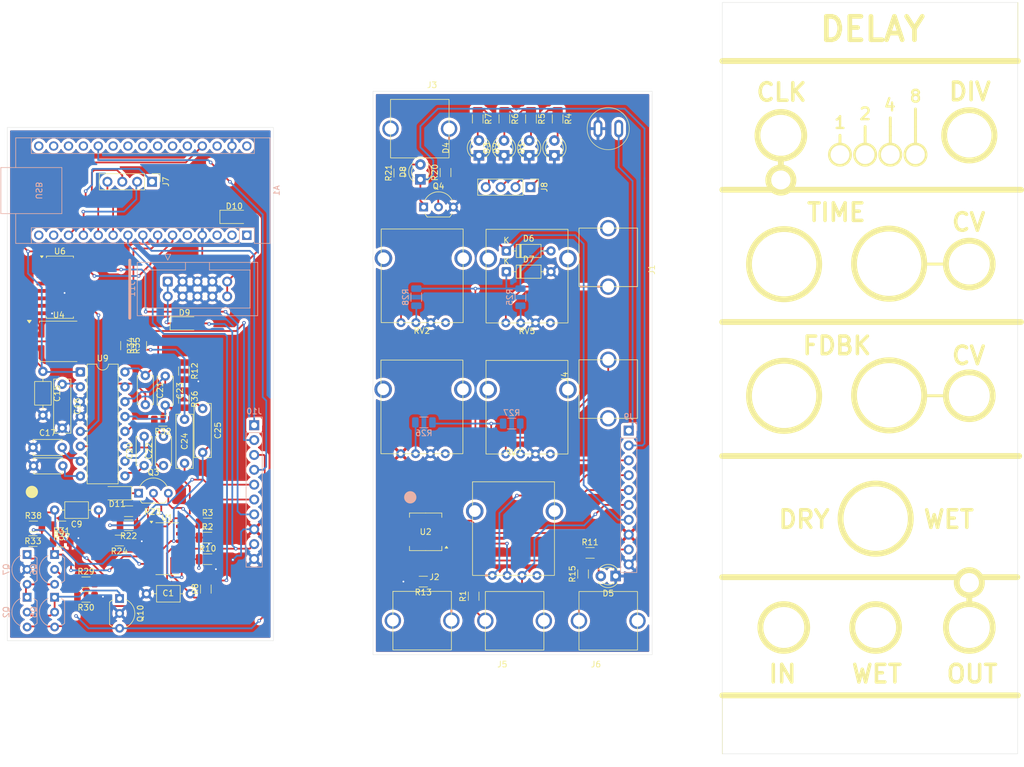
<source format=kicad_pcb>
(kicad_pcb (version 20241229) (generator "pcbnew") (generator_version "9.0")
  (layers (0 "F.Cu" signal) (2 "B.Cu" signal) (13 "F.Paste" user) (15 "B.Paste" user) (5 "F.SilkS" user "F.Silkscreen") (7 "B.SilkS" user "B.Silkscreen") (1 "F.Mask" user) (3 "B.Mask" user) (25 "Edge.Cuts" user))
  (net 0 "")
  (net 1 "+12V")
  (net 2 "Net-(R26-Pad1)")
  (net 3 "GND")
  (net 4 "+5V")
  (net 5 "Net-(R28-Pad2)")
  (net 6 "Net-(D2-A)")
  (net 7 "Net-(Q4-B)")
  (net 8 "OUT")
  (net 9 "FDBKCV")
  (net 10 "DIV1")
  (net 11 "DIV2")
  (net 12 "DIV4")
  (net 13 "Net-(D1-A)")
  (net 14 "IN")
  (net 15 "WET")
  (net 16 "Net-(R25-Pad2)")
  (net 17 "Net-(D5-A)")
  (net 18 "Net-(D3-A)")
  (net 19 "Net-(R27-Pad1)")
  (net 20 "-12V")
  (net 21 "Net-(D4-A)")
  (net 23 "MOSFET")
  (net 25 "TIMECV")
  (net 28 "Net-(A1-D6)")
  (net 30 "DIV8")
  (net 42 "Net-(A1-D3)")
  (net 44 "Net-(D8-A)")
  (net 45 "Net-(U1C-+)")
  (net 46 "FDBK")
  (net 47 "Net-(C9-Pad2)")
  (net 48 "Net-(U9-REF)")
  (net 49 "Net-(U9-CC1)")
  (net 50 "Net-(U9-CC0)")
  (net 51 "Net-(U9-OP1-OUT)")
  (net 52 "Net-(U9-OP1-IN)")
  (net 53 "Net-(U9-LPF1-IN)")
  (net 54 "Net-(U9-LPF1-OUT)")
  (net 55 "Net-(U9-OP2-IN)")
  (net 56 "Net-(U9-OP2-OUT)")
  (net 57 "Net-(U9-LPF2-OUT)")
  (net 58 "Net-(U9-LPF2-IN)")
  (net 59 "Net-(C24-Pad2)")
  (net 60 "Net-(C24-Pad1)")
  (net 61 "DOUT")
  (net 62 "Net-(J1-Pin_1)")
  (net 65 "INPRE")
  (net 67 "Net-(J3-Pin_1)")
  (net 68 "Net-(J4-Pin_1)")
  (net 70 "Net-(J5-Pin_1)")
  (net 72 "Net-(J6-Pin_1)")
  (net 74 "Net-(Q7-C)")
  (net 75 "Net-(Q10-C)")
  (net 76 "Net-(U1D--)")
  (net 77 "Net-(U1A--)")
  (net 78 "MIX")
  (net 90 "DIVIN")
  (net 91 "CLKIN")
  (net 92 "Net-(Q2-C)")
  (net 93 "Net-(Q6-B)")
  (net 94 "Net-(Q6-C)")
  (net 95 "Net-(D9-K)")
  (net 96 "Net-(D10-A)")
  (net 97 "VCO")
  (net 98 "Net-(D11-A)")
  (net 99 "Net-(Q3-E)")
  (net 100 "Net-(Q3-B)")
  (net 101 "Net-(D11-K)")
  (footprint "Resistor_SMD:R_1206_3216Metric" (layer "F.Cu") (at 84.5375 120.68)
    (property "Reference" "R3")
    (property "Value" "100k")
  )
  (footprint "Library:AlpsPot" (layer "F.Cu") (at 117.540833 108.749)
    (property "Reference" "RV2")
    (property "Value" "R_Potentiometer")
  )
  (footprint "Resistor_SMD:R_1206_3216Metric" (layer "F.Cu") (at 125.2 60.7 90)
    (property "Reference" "R20")
    (property "Value" "10k")
  )
  (footprint "Library:PushButton" (layer "F.Cu") (at 153 53.2 180)
    (property "Reference" "SW1" (hide yes))
    (property "Value" "SW_Push" (hide yes))
  )
  (footprint "Resistor_SMD:R_1206_3216Metric" (layer "F.Cu") (at 139.8 51.5375 -90)
    (property "Reference" "R5")
    (property "Value" "2k2")
  )
  (footprint "Resistor_SMD:R_1206_3216Metric" (layer "F.Cu") (at 144.35 51.5375 -90)
    (property "Reference" "R4")
    (property "Value" "2k2")
  )
  (footprint "Resistor_SMD:R_1206_3216Metric" (layer "F.Cu") (at 59.6 121.18 180)
    (property "Reference" "R37")
    (property "Value" "100k")
  )
  (footprint "Resistor_SMD:R_1206_3216Metric" (layer "F.Cu") (at 80.5 99.43 -90)
    (property "Reference" "R36")
    (property "Value" "10k")
  )
  (footprint "Capacitor_THT:C_Disc_D4.7mm_W2.5mm_P5.00mm" (layer "F.Cu") (at 54.7 107.68)
    (property "Reference" "C17")
    (property "Value" "100n")
  )
  (footprint "Resistor_SMD:R_1206_3216Metric" (layer "F.Cu") (at 63.7625 133.21 180)
    (property "Reference" "R30")
    (property "Value" "1k")
  )
  (footprint "" (layer "F.Cu") (at 201.2 57.645)
    (property "Reference" "")
    (property "Value" "")
  )
  (footprint "Resistor_SMD:R_1206_3216Metric" (layer "F.Cu") (at 76.9 103.13 180)
    (property "Reference" "R32")
    (property "Value" "10k")
  )
  (footprint "Diode_SMD:D_1206_3216Metric_Pad1.42x1.75mm_HandSolder" (layer "F.Cu") (at 80.6 86.48)
    (property "Reference" "D9")
    (property "Value" "D")
  )
  (footprint "Diode_SMD:D_1206_3216Metric_Pad1.42x1.75mm_HandSolder" (layer "F.Cu") (at 89.1 68.28)
    (property "Reference" "D10")
    (property "Value" "D")
  )
  (footprint "Package_SO:SOP-16_4.4x10.4mm_P1.27mm" (layer "F.Cu") (at 59.3 80.3)
    (property "Reference" "U6")
    (property "Value" "4020")
  )
  (footprint "Capacitor_THT:C_Rect_L9.0mm_W2.7mm_P7.50mm_MKT" (layer "F.Cu") (at 83.7 101.03 -90)
    (property "Reference" "C25")
    (property "Value" "1u")
  )
  (footprint "MountingHole:MountingHole_3.2mm_M3" (layer "F.Cu") (at 198.7 138.445 90)
    (property "Reference" "REF**" (hide yes))
    (property "Value" "MountingHole_3.2mm_M3" (hide yes))
  )
  (footprint "MountingHole:MountingHole_3.2mm_M3" (layer "F.Cu") (at 214.7 54.345 -90)
    (property "Reference" "REF**" (hide yes))
    (property "Value" "MountingHole_3.2mm_M3" (hide yes))
  )
  (footprint "MountingHole:MountingHole_3.2mm_M3" (layer "F.Cu") (at 213.61 34.695)
    (property "Reference" "REF**" (hide yes))
    (property "Value" "MountingHole_3.2mm_M3")
  )
  (footprint "Resistor_SMD:R_1206_3216Metric" (layer "F.Cu") (at 135.25 51.5375 -90)
    (property "Reference" "R6")
    (property "Value" "2k2")
  )
  (footprint "MountingHole:MountingHole_3.2mm_M3" (layer "F.Cu") (at 214.7 76.345 90)
    (property "Reference" "REF**" (hide yes))
    (property "Value" "MountingHole_3.2mm_M3" (hide yes))
  )
  (footprint "" (layer "F.Cu") (at 196.9 57.645 180)
    (property "Reference" "")
    (property "Value" "")
  )
  (footprint "Resistor_SMD:R_1206_3216Metric" (layer "F.Cu") (at 84.2375 131.88 90)
    (property "Reference" "R8")
    (property "Value" "10k")
  )
  (footprint "Package_TO_SOT_THT:TO-92L_Inline_Wide" (layer "F.Cu") (at 72.75 115.5)
    (property "Reference" "Q3")
    (property "Value" "BC547")
  )
  (footprint "Resistor_SMD:R_1206_3216Metric" (layer "F.Cu") (at 73.2 90.28 90)
    (property "Reference" "R34")
    (property "Value" "20k")
  )
  (footprint "Resistor_SMD:R_1206_3216Metric" (layer "F.Cu") (at 84.56 126.78)
    (property "Reference" "R10")
    (property "Value" "1k")
  )
  (footprint "MountingHole:MountingHole_3.2mm_M3" (layer "F.Cu") (at 214.7 130.795 -90)
    (property "Reference" "REF**" (hide yes))
    (property "Value" "MountingHole_3.2mm_M3" (hide yes))
  )
  (footprint "Library:AlpsPot" (layer "F.Cu") (at 117.59 86.349)
    (property "Reference" "RV1" (hide yes))
    (property "Value" "R_Potentiometer" (hide yes))
  )
  (footprint "MountingHole:MountingHole_3.2mm_M3" (layer "F.Cu") (at 214.7 98.845 90)
    (property "Reference" "REF**" (hide yes))
    (property "Value" "MountingHole_3.2mm_M3" (hide yes))
  )
  (footprint "Resistor_SMD:R_1206_3216Metric" (layer "F.Cu") (at 71.0375 120.98 180)
    (property "Reference" "R22")
    (property "Value" "100k")
  )
  (footprint "Capacitor_THT:C_Axial_L3.8mm_D2.6mm_P7.50mm_Horizontal" (layer "F.Cu") (at 74.0875 132.68)
    (property "Reference" "C1")
    (property "Value" "10u")
  )
  (footprint "Resistor_SMD:R_1206_3216Metric" (layer "F.Cu") (at 80.5 94.63 -90)
    (property "Reference" "R12")
    (property "Value" "100k")
  )
  (footprint "MountingHole:MountingHole_3.2mm_M3" (layer "F.Cu") (at 182.5 61.995 90)
    (property "Reference" "REF**" (hide yes))
    (property "Value" "MountingHole_3.2mm_M3" (hide yes))
  )
  (footprint "Capacitor_THT:C_Axial_L3.8mm_D2.6mm_P7.50mm_Horizontal" (layer "F.Cu") (at 56.4 94.68 -90)
    (property "Reference" "C15")
    (property "Value" "100n")
  )
  (footprint "MountingHole:MountingHole_3.2mm_M3" (layer "F.Cu") (at 183.050833 98.84208)
    (property "Reference" "REF**" (hide yes))
    (property "Value" "MountingHole_3.2mm_M3" (hide yes))
  )
  (footprint "Resistor_SMD:R_1206_3216Metric" (layer "F.Cu") (at 54.7625 121.18)
    (property "Reference" "R38")
    (property "Value" "100k")
  )
  (footprint "MountingHole:MountingHole_3.2mm_M3" (layer "F.Cu") (at 201 76.25972)
    (property "Reference" "REF**" (hide yes))
    (property "Value" "MountingHole_3.2mm_M3" (hide yes))
  )
  (footprint "Package_SO:SOIC-8_5.3x6.2mm_P1.27mm" (layer "F.Cu") (at 121.8 122.1 180)
    (property "Reference" "U2")
    (property "Value" "TL072")
  )
  (footprint "MountingHole:MountingHole_3.2mm_M3" (layer "F.Cu") (at 213.611664 157.218833)
    (property "Reference" "REF**" (hide yes))
    (property "Value" "MountingHole_3.2mm_M3")
  )
  (footprint "Resistor_SMD:R_1206_3216Metric" (layer "F.Cu") (at 59.6 123.78)
    (property "Reference" "R31")
    (property "Value" "47k")
  )
  (footprint "Library:3mm5 Mono Aux" (layer "F.Cu") (at 153 137.3 180)
    (property "Reference" "J6")
    (property "Value" "Conn_01x02_Pin")
  )
  (footprint "Library:3mm5 Mono Aux" (layer "F.Cu") (at 121.2 137.27)
    (property "Reference" "J2")
    (property "Value" "Conn_01x02_Pin")
  )
  (footprint "Resistor_SMD:R_1206_3216Metric" (layer "F.Cu") (at 70.6 90.28 -90)
    (property "Reference" "R35")
    (property "Value" "10k")
  )
  (footprint "Diode_THT:D_DO-35_SOD27_P7.62mm_Horizontal" (layer "F.Cu") (at 135.59 77.65)
    (property "Reference" "D7")
    (property "Value" "1N4148")
  )
  (footprint "LED_THT:LED_D3.0mm" (layer "F.Cu") (at 139.5 57.77 90)
    (property "Reference" "D2")
    (property "Value" "LED")
  )
  (footprint "Package_TO_SOT_THT:TO-92L_Inline_Wide" (layer "F.Cu") (at 121.46 66.6)
    (property "Reference" "Q4")
    (property "Value" "BC547")
  )
  (footprint "Resistor_SMD:R_1206_3216Metric" (layer "F.Cu") (at 148.7 129.3 90)
    (property "Reference" "R15")
    (property "Value" "1k")
  )
  (footprint "Resistor_SMD:R_1206_3216Metric" (layer "F.Cu") (at 130 133.1 90)
    (property "Reference" "R1")
    (property "Value" "1k")
  )
  (footprint "Resistor_SMD:R_1206_3216Metric" (layer "F.Cu") (at 84.5375 123.08)
    (property "Reference" "R2")
    (property "Value" "100k")
  )
  (footprint "LED_THT:LED_D3.0mm" (layer "F.Cu") (at 120.9 61.87 90)
    (property "Reference" "D8")
    (property "Value" "LED")
  )
  (footprint "MountingHole:MountingHole_3.2mm_M3" (layer "F.Cu") (at 198.7 119.82736)
    (property "Reference" "REF**" (hide yes))
    (property "Value" "MountingHole_3.2mm_M3" (hide yes))
  )
  (footprint "Resistor_SMD:R_1206_3216Metric" (layer "F.Cu") (at 121.4 130.6 180)
    (property "Reference" "R13")
    (property "Value" "100k")
  )
  (footprint "Connector_PinHeader_2.54mm:PinHeader_1x04_P2.54mm_Vertical" (layer "F.Cu") (at 139.7 63.2 -90)
    (property "Reference" "J8")
    (property "Value" "Conn_01x04_Pin")
  )
  (footprint "LED_THT:LED_D3.0mm" (layer "F.Cu") (at 130.9 57.77 90)
    (property "Reference" "D4")
    (property "Value" "LED")
  )
  (footprint "Resistor_SMD:R_1206_3216Metric" (layer "F.Cu") (at 149.9 125.7)
    (property "Reference" "R11")
    (property "Value" "2k2")
  )
  (footprint "Diode_THT:D_DO-35_SOD27_P7.62mm_Horizontal" (layer "F.Cu") (at 135.59 74.1)
    (property "Reference" "D6")
    (property "Value" "1N4148")
  )
  (footprint "Capacitor_THT:C_Disc_D4.7mm_W2.5mm_P5.00mm" (layer "F.Cu") (at 54.8 110.83)
    (property "Reference" "C18" (hide yes))
    (property "Value" "100n")
  )
  (footprint "LED_THT:LED_D3.0mm" (layer "F.Cu") (at 154.27 129.65 180)
    (property "Reference" "D5")
    (property "Value" "LED")
  )
  (footprint "Package_DIP:DIP-16_W7.62mm" (layer "F.Cu") (at 62.8 94.78)
    (property "Reference" "U9")
    (property "Value" "PT2399")
  )
  (footprint "MountingHole:MountingHole_3.2mm_M3" (layer "F.Cu") (at 178.051664 157.218833)
    (property "Reference" "REF**" (hide yes))
    (property "Value" "MountingHole_3.2mm_M3")
  )
  (footprint "Diode_SMD:D_1206_3216Metric_Pad1.42x1.75mm_HandSolder" (layer "F.Cu") (at 69.1 115.5 180)
    (property "Reference" "D11")
    (property "Value" "D")
  )
  (footprint "Library:AlpsPot" (layer "F.Cu") (at 133.19 129.549)
    (property "Reference" "RV7")
    (property "Value" "100k")
  )
  (footprint "Library:3mm5 Mono Aux" (layer "F.Cu") (at 153 97.7 90)
    (property "Reference" "J4")
    (property "Value" "Conn_01x02_Pin")
  )
  (footprint "Library:AlpsPot" (layer "F.Cu") (at 135.49 108.8)
    (property "Reference" "RV5")
    (property "Value" "R_Potentiometer")
  )
  (footprint "MountingHole:MountingHole_3.2mm_M3" (layer "F.Cu") (at 178.05 34.695)
    (property "Reference" "REF**" (hide yes))
    (property "Value" "MountingHole_3.2mm_M3")
  )
  (footprint "Resistor_SMD:R_1206_3216Metric" (layer "F.Cu") (at 130.7 51.5375 -90)
    (property "Reference" "R7")
    (property "Value" "2k2")
  )
  (footprint "MountingHole:MountingHole_3.2mm_M3" (layer "F.Cu") (at 214.7 138.445 90)
    (property "Reference" "REF**" (hide yes))
    (property "Value" "MountingHole_3.2mm_M3" (hide yes))
  )
  (footprint "Resistor_SMD:R_1206_3216Metric" (layer "F.Cu") (at 63.7625 130.71)
    (property "Reference" "R29")
    (property "Value" "100k")
  )
  (footprint "MountingHole:MountingHole_3.2mm_M3" (layer "F.Cu") (at 182.5 54.345 -90)
    (property "Reference" "REF**" (hide yes))
    (property "Value" "MountingHole_3.2mm_M3" (hide yes))
  )
  (footprint "Connector_PinHeader_2.54mm:PinHeader_1x04_P2.54mm_Vertical" (layer "F.Cu") (at 75.04 62.28 -90)
    (property "Reference" "J7")
    (property "Value" "Conn_01x04_Pin" (hide yes))
  )
  (footprint "Capacitor_THT:C_Disc_D4.7mm_W2.5mm_P5.00mm" (layer "F.Cu") (at 73.9 95.38 -90)
    (property "Reference" "C21")
    (property "Value" "500p")
  )
  (footprint "" (layer "F.Cu") (at 205.5 57.645)
    (property "Reference" "")
    (property "Value" "")
  )
  (footprint "Library:3mm5 Mono Aux" (layer "F.Cu") (at 120.8 53.2)
    (property "Reference" "J3")
    (property "Value" "Conn_01x02_Pin")
  )
  (footprint "Resistor_SMD:R_1206_3216Metric" (layer "F.Cu") (at 69.46 123.58 180)
    (property "Reference" "R24")
    (property "Value" "100k")
  )
  (footprint "Resistor_SMD:R_1206_3216Metric" (layer "F.Cu") (at 54.7 123.68 180)
    (property "Reference" "R33")
    (property "Value" "47k")
  )
  (footprint "MountingHole:MountingHole_3.2mm_M3" (layer "F.Cu") (at 183.050833 76.34208)
    (property "Reference" "REF**" (hide yes))
    (property "Value" "MountingHole_3.2mm_M3" (hide yes))
  )
  (footprint "LED_THT:LED_D3.0mm" (layer "F.Cu") (at 143.8 57.77 90)
    (property "Reference" "D1")
    (property "Value" "LED")
  )
  (footprint "MountingHole:MountingHole_3.2mm_M3" (layer "F.Cu") (at 183 138.445 90)
    (property "Reference" "REF**" (hide yes))
    (property "Value" "MountingHole_3.2mm_M3" (hide yes))
  )
  (footprint "Capacitor_THT:C_Disc_D4.7mm_W2.5mm_P5.00mm" (layer "F.Cu") (at 77.3 95.48 -90)
    (property "Reference" "C23")
    (property "Value" "500p")
  )
  (footprint "Package_SO:SOIC-14_3.9x8.7mm_P1.27mm" (layer "F.Cu") (at 77.6375 124.98)
    (property "Reference" "U1")
    (property "Value" "TL074")
  )
  (footprint "Library:3mm5 Mono Aux" (layer "F.Cu") (at 153 75.2 -90)
    (property "Reference" "J1")
    (property "Value" "Conn_01x02_Pin")
  )
  (footprint "Resistor_SMD:R_1206_3216Metric" (layer "F.Cu") (at 71.0375 118.58)
    (property "Reference" "R23")
    (property "Value" "100k")
  )
  (footprint "Capacitor_THT:C_Axial_L3.8mm_D2.6mm_P7.50mm_Horizontal" (layer "F.Cu") (at 65.9 118.38 180)
    (property "Reference" "C9")
    (property "Value" "1u")
  )
  (footprint "" (layer "F.Cu") (at 192.6 57.645 180)
    (property "Reference" "")
    (property "Value" "")
  )
  (footprint "Library:3mm5 Mono Aux" (layer "F.Cu") (at 137 137.3 180)
    (property "Reference" "J5")
    (property "Value" "Conn_01x02_Pin")
  )
  (footprint "Capacitor_THT:C_Rect_L9.0mm_W2.7mm_P7.50mm_MKT" (layer "F.Cu") (at 80.6 110.38 90)
    (property "Reference" "C24")
    (property "Value" "1u")
  )
  (footprint "Package_TO_SOT_THT:TO-92L_Inline_Wide" (layer "F.Cu") (at 69.5 133.5 -90)
    (property "Reference" "Q10")
    (property "Value" "BC557")
  )
  (footprint "Capacitor_THT:C_Disc_D4.7mm_W2.5mm_P5.00mm" (layer "F.Cu") (at 73.7 110.78 90)
    (property "Reference" "C20")
    (property "Value" "100n")
  )
  (footprint "LED_THT:LED_D3.0mm" (layer "F.Cu") (at 135.2 57.77 90)
    (property "Reference" "D3")
    (property "Value" "LED")
  )
  (footprint "Capacitor_THT:C_Disc_D4.7mm_W2.5mm_P5.00mm" (layer "F.Cu") (at 77 110.78 90)
    (property "Reference" "C22")
    (property "Value" "100n")
  )
  (footprint "Library:AlpsPot" (layer "F.Cu") (at 135.5 86.4)
    (property "Reference" "RV4" (hide yes))
    (property "Value" "R_Potentiometer" (hide yes))
  )
  (footprint "Capacitor_THT:C_Rect_L9.0mm_W2.7mm_P7.50mm_MKT" (layer "F.Cu") (at 59.7 96.88 -90)
    (property "Reference" "C16")
    (property "Value" "4u7")
  )
  (footprint "MountingHole:MountingHole_3.2mm_M3" (layer "F.Cu") (at 201 98.75972)
    (property "Reference" "REF**" (hide yes))
    (property "Value" "MountingHole_3.2mm_M3" (hide yes))
  )
  (footprint "Resistor_SMD:R_1206_3216Metric" (layer "F.Cu") (at 117.3 60.7625 90)
    (property "Reference" "R21")
    (property "Value" "2k2")
  )
  (footprint "Package_TO_SOT_SMD:TO-252-3_TabPin2" (layer "F.Cu") (at 59.115 89.555)
    (property "Reference" "U4")
    (property "Value" "L7805")
  )
  (footprint "Connector_PinHeader_2.54mm:PinHeader_1x10_P2.54mm_Vertical" (layer "B.Cu") (at 92.5 103.88 180)
    (property "Reference" "J10")
    (property "Value" "Conn_01x10_Pin")
  )
  (footprint "Resistor_SMD:R_1206_3216Metric" (layer "B.Cu") (at 138 82 -90)
    (property "Reference" "R25")
    (property "Value" "4k7")
  )
  (footprint "Resistor_SMD:R_1206_3216Metric" (layer "B.Cu") (at 136.5 103.6 180)
    (property "Reference" "R27")
    (property "Value" "100k")
  )
  (footprint "Resistor_SMD:R_1206_3216Metric" (layer "B.Cu") (at 120.2 82 -90)
    (property "Reference" "R28")
    (property "Value" "4k7")
  )
  (footprint "Package_TO_SOT_THT:TO-92L_Inline_Wide" (layer "B.Cu") (at 53.7 133.28 -90)
    (property "Reference" "Q2")
    (property "Value" "BC547")
  )
  (footprint "Connector_IDC:IDC-Header_2x05_P2.54mm_Vertical" (layer "B.Cu") (at 77.73 79.34 -90)
    (property "Reference" "J11")
    (property "Value" "Conn_02x05_Odd_Even")
  )
  (footprint "Resistor_SMD:R_1206_3216Metric" (layer "B.Cu") (at 121.5 103.4)
    (property "Reference" "R26")
    (property "Value" "100k")
  )
  (footprint "Package_TO_SOT_THT:TO-92L_Inline_Wide" (layer "B.Cu") (at 58.4 125.98 -90)
    (property "Reference" "Q6")
    (property "Value" "BC547")
  )
  (footprint "Connector_PinHeader_2.54mm:PinHeader_1x10_P2.54mm_Vertical" (layer "B.Cu") (at 156.5 104.805 180)
    (property "Reference" "J9")
    (property "Value" "Conn_01x10_Pin")
  )
  (footprint "Package_TO_SOT_THT:TO-92L_Inline_Wide" (layer "B.Cu") (at 58.4 133.28 -90)
    (property "Reference" "Q5")
    (property "Value" "BC547")
  )
  (footprint "Package_TO_SOT_THT:TO-92L_Inline_Wide" (layer "B.Cu") (at 53.7 125.98 -90)
    (property "Reference" "Q7")
    (property "Value" "BC547")
  )
  (footprint "Module:Arduino_Nano" (layer "B.Cu") (at 91.25 71.41 90)
    (property "Reference" "A1")
    (property "Value" "Arduino_Nano_Every")
  )
  (gr_circle (center 214.7 130.795) (end 212.55 130.845) (stroke (width 1)) (fill no) (layer "F.SilkS"))
  (gr_circle (center 182.5 61.995) (end 184.65 61.945) (stroke (width 1)) (fill no) (layer "F.SilkS"))
  (gr_line (start 201.199932 54.345) (end 201.2 55.845) (stroke (width 0.5)) (layer "F.SilkS"))
  (gr_circle (center 214.7 76.345) (end 214.7 72.345) (stroke (width 1)) (fill no) (layer "F.SilkS"))
  (gr_circle (center 201 98.77736) (end 207.000833 98.77736) (stroke (width 1)) (fill no) (layer "F.SilkS"))
  (gr_circle (center 182.5 54.345) (end 182.5 58.345) (stroke (width 1)) (fill no) (layer "F.SilkS"))
  (gr_line (start 223.225 109.145) (end 172.475 109.145) (stroke (width 1)) (layer "F.SilkS"))
  (gr_line (start 205.499728 49.845) (end 205.499796 51.345) (stroke (width 0.5)) (layer "F.SilkS"))
  (gr_circle (center 183.050833 76.35972) (end 189.051666 76.35972) (stroke (width 1)) (fill no) (layer "F.SilkS"))
  (gr_line (start 172.5 160.045) (end 172.5 150.045) (stroke (width 0.1)) (layer "F.SilkS"))
  (gr_circle (center 214.7 138.445) (end 214.7 134.445) (stroke (width 1)) (fill no) (layer "F.SilkS"))
  (gr_line (start 212.7 129.845) (end 172.475 129.845) (stroke (width 1)) (layer "F.SilkS"))
  (gr_circle (center 201.2 57.645) (end 203 57.645) (stroke (width 0.5)) (fill no) (layer "F.SilkS"))
  (gr_circle (center 198.7 119.845) (end 204.700833 119.845) (stroke (width 1)) (fill no) (layer "F.SilkS"))
  (gr_circle (center 198.7 138.445) (end 198.7 134.445) (stroke (width 1)) (fill no) (layer "F.SilkS"))
  (gr_line (start 214.7 134.445) (end 214.7 132.995) (stroke (width 1)) (layer "F.SilkS"))
  (gr_circle (center 196.9 57.645) (end 198.7 57.645) (stroke (width 0.5)) (fill no) (layer "F.SilkS"))
  (gr_circle (center 54.51 115.28) (end 55.51 115.28) (stroke (width 0.1)) (fill yes) (layer "F.SilkS"))
  (gr_line (start 223.55 63.645) (end 172.5 63.645) (stroke (width 1)) (layer "F.SilkS"))
  (gr_line (start 205.499864 52.845) (end 205.499932 54.345) (stroke (width 0.5)) (layer "F.SilkS"))
  (gr_line (start 223 41.645) (end 172.5 41.645) (stroke (width 1)) (layer "F.SilkS"))
  (gr_line (start 210.7 76.345) (end 207.000451 76.345068) (stroke (width 0.5)) (layer "F.SilkS"))
  (gr_line (start 192.599932 54.345) (end 192.6 55.845) (stroke (width 0.5)) (layer "F.SilkS"))
  (gr_line (start 223.525 86.245) (end 172.475 86.245) (stroke (width 1)) (layer "F.SilkS"))
  (gr_line (start 182.5 58.345) (end 182.5 59.795) (stroke (width 1)) (layer "F.SilkS"))
  (gr_line (start 172.5 150.045) (end 223 150.045) (stroke (width 1)) (layer "F.SilkS"))
  (gr_circle (center 192.6 57.645) (end 194.4 57.645) (stroke (width 0.5)) (fill no) (layer "F.SilkS"))
  (gr_circle (center 214.7 54.345) (end 214.7 58.645) (stroke (width 1)) (fill no) (layer "F.SilkS"))
  (gr_circle (center 201 76.27736) (end 207.000833 76.27736) (stroke (width 1)) (fill no) (layer "F.SilkS"))
  (gr_circle (center 205.5 57.645) (end 207.3 57.645) (stroke (width 0.5)) (fill no) (layer "F.SilkS"))
  (gr_line (start 201.199796 51.345) (end 201.199864 52.845) (stroke (width 0.5)) (layer "F.SilkS"))
  (gr_circle (center 183.050833 98.85972) (end 189.051666 98.85972) (stroke (width 1)) (fill no) (layer "F.SilkS"))
  (gr_line (start 196.899864 52.845) (end 196.899932 54.345) (stroke (width 0.5)) (layer "F.SilkS"))
  (gr_line (start 223 31.645) (end 223 41.645) (stroke (width 0.1)) (layer "F.SilkS"))
  (gr_line (start 201.199864 52.845) (end 201.199932 54.345) (stroke (width 0.5)) (layer "F.SilkS"))
  (gr_line (start 205.499932 54.345) (end 205.5 55.845) (stroke (width 0.5)) (layer "F.SilkS"))
  (gr_circle (center 214.7 98.845) (end 214.7 94.845) (stroke (width 1)) (fill no) (layer "F.SilkS"))
  (gr_line (start 205.499796 51.345) (end 205.499864 52.845) (stroke (width 0.5)) (layer "F.SilkS"))
  (gr_line (start 216.7 129.845) (end 222.9 129.845) (stroke (width 1)) (layer "F.SilkS"))
  (gr_line (start 210.7 98.845) (end 207.000451 98.845068) (stroke (width 0.5)) (layer "F.SilkS"))
  (gr_circle (center 183 138.445) (end 183 134.445) (stroke (width 1)) (fill no) (layer "F.SilkS"))
  (gr_line (start 196.899932 54.345) (end 196.9 55.845) (stroke (width 0.5)) (layer "F.SilkS"))
  (gr_circle (center 119.17 116.2) (end 120.17 116.2) (stroke (width 0.1)) (fill yes) (layer "B.SilkS"))
  (gr_line (start 71.24 75.68) (end 71.24 85.58) (stroke (width 0.5)) (layer "B.SilkS"))
  (gr_rect (start 50.3 53) (end 95.8 140.7) (stroke (width 0.05)) (fill no) (layer "Edge.Cuts"))
  (gr_rect (start 172.5 31.645) (end 222.95 160.045) (stroke (width 0.05)) (fill no) (layer "Edge.Cuts"))
  (gr_rect (start 112.8 46.8) (end 160.5 143.1) (stroke (width 0.05)) (fill no) (layer "Edge.Cuts"))
  (gr_text "4" (at 199.89983 50.345 0) (layer "F.SilkS") (effects (font (size 2 2) (thickness 0.4) (bold yes)) (justify left bottom)))
  (gr_text "DIV" (at 210.9 48.645 0) (layer "F.SilkS") (effects (font (size 3 3) (thickness 0.6) (bold yes)) (justify left bottom)))
  (gr_text "8" (at 204.299796 48.845 0) (layer "F.SilkS") (effects (font (size 2 2) (thickness 0.4) (bold yes)) (justify left bottom)))
  (gr_text "DRY" (at 181.79 121.72736 0) (layer "F.SilkS") (effects (font (size 3 3) (thickness 0.6) (bold yes)) (justify left bottom)))
  (gr_text "WET" (at 206.59 121.72736 0) (layer "F.SilkS") (effects (font (size 3 3) (thickness 0.6) (bold yes)) (justify left bottom)))
  (gr_text "OUT\n" (at 210.5 148.145 0) (layer "F.SilkS") (effects (font (size 3 3) (thickness 0.6) (bold yes)) (justify left bottom)))
  (gr_text "WET" (at 194.3 148.145 0) (layer "F.SilkS") (effects (font (size 3 3) (thickness 0.6) (bold yes)) (justify left bottom)))
  (gr_text "FDBK" (at 185.9 92.045 0) (layer "F.SilkS") (effects (font (size 3 3) (thickness 0.6) (bold yes)) (justify left bottom)))
  (gr_text "DELAY" (at 188.8 38.545 0) (layer "F.SilkS") (effects (font (size 4 4) (thickness 0.8) (bold yes)) (justify left bottom)))
  (gr_text "TIME" (at 186.65 69.27736 0) (layer "F.SilkS") (effects (font (size 3 3) (thickness 0.6) (bold yes)) (justify left bottom)))
  (gr_text "1" (at 191.4 53.345 0) (layer "F.SilkS") (effects (font (size 2 2) (thickness 0.4) (bold yes)) (justify left bottom)))
  (gr_text "IN" (at 180.1 148.145 0) (layer "F.SilkS") (effects (font (size 3 3) (thickness 0.6) (bold yes)) (justify left bottom)))
  (gr_text "CLK" (at 178 48.745 0) (layer "F.SilkS") (effects (font (size 3 3) (thickness 0.6) (bold yes)) (justify left bottom)))
  (gr_text "CV" (at 211.4 70.95972 0) (layer "F.SilkS") (effects (font (size 3 3) (thickness 0.6) (bold yes)) (justify left bottom)))
  (gr_text "CV" (at 211.4 93.745 0) (layer "F.SilkS") (effects (font (size 3 3) (thickness 0.6) (bold yes)) (justify left bottom)))
  (gr_text "2" (at 195.7 51.845 0) (layer "F.SilkS") (effects (font (size 2 2) (thickness 0.4) (bold yes)) (justify left bottom)))
  (via (at 88.86 126.88) (size 0.6) (drill 0.3) (layers "F.Cu" "B.Cu") (net 1))
  (segment (start 90.26 126.18) (end 89.56 126.18) (width 0.3) (layer "B.Cu") (net 1))
  (segment (start 90.36 121.98) (end 90.26 122.08) (width 0.3) (layer "B.Cu") (net 1))
  (segment (start 90.68 121.66) (end 90.36 121.98) (width 0.3) (layer "B.Cu") (net 1))
  (segment (start 92.5 121.66) (end 90.68 121.66) (width 0.3) (layer "B.Cu") (net 1))
  (segment (start 89.56 126.18) (end 88.86 126.88) (width 0.3) (layer "B.Cu") (net 1))
  (segment (start 90.26 122.08) (end 90.26 126.18) (width 0.3) (layer "B.Cu") (net 1))
  (segment (start 120.080833 108.749) (end 120.080833 103.443333) (width 0.3) (layer "B.Cu") (net 2))
  (segment (start 120.080833 103.443333) (end 120.0375 103.4) (width 0.3) (layer "B.Cu") (net 2))
  (segment (start 65.225 133.21) (end 66.63 133.21) (width 0.3) (layer "F.Cu") (net 3))
  (segment (start 86 123.08) (end 85.86 123.08) (width 0.3) (layer "F.Cu") (net 3))
  (segment (start 83.63 78.47) (end 82.76 79.34) (width 0.3) (layer "F.Cu") (net 3))
  (segment (start 75.1625 123.71) (end 73.29 123.71) (width 0.3) (layer "F.Cu") (net 3))
  (segment (start 86.0225 128.4175) (end 85.96 128.48) (width 0.3) (layer "F.Cu") (net 3))
  (segment (start 83.63 71.41) (end 83.63 78.47) (width 0.3) (layer "F.Cu") (net 3))
  (segment (start 66.63 133.21) (end 66.66 133.18) (width 0.3) (layer "F.Cu") (net 3))
  (segment (start 54.075 89.555) (end 60.375 89.555) (width 0.3) (layer "F.Cu") (net 3))
  (segment (start 119.9375 130.6) (end 118 130.6) (width 0.3) (layer "F.Cu") (net 3))
  (segment (start 82.6725 96.0925) (end 82.96 96.38) (width 0.3) (layer "F.Cu") (net 3))
  (segment (start 80.5 96.0925) (end 82.6725 96.0925) (width 0.3) (layer "F.Cu") (net 3))
  (segment (start 86.0225 126.78) (end 86.0225 128.4175) (width 0.3) (layer "F.Cu") (net 3))
  (segment (start 57.925 84.745) (end 57.96 84.78) (width 0.3) (layer "F.Cu") (net 3))
  (segment (start 62.43 123.21) (end 62.46 123.18) (width 0.3) (layer "F.Cu") (net 3))
  (segment (start 62.3925 123.21) (end 62.43 123.21) (width 0.3) (layer "F.Cu") (net 3))
  (segment (start 60.375 89.555) (end 58.5 87.68) (width 0.3) (layer "F.Cu") (net 3))
  (segment (start 61.0625 121.28) (end 61.0625 121.88) (width 0.3) (layer "F.Cu") (net 3))
  (segment (start 58.5 87.68) (end 58.5 85.32) (width 0.3) (layer "F.Cu") (net 3))
  (segment (start 61.0625 121.88) (end 62.3925 123.21) (width 0.3) (layer "F.Cu") (net 3))
  (segment (start 60.1 81.28) (end 61.025 82.205) (width 0.3) (layer "F.Cu") (net 3))
  (segment (start 56.2125 84.745) (end 57.925 84.745) (width 0.3) (layer "F.Cu") (net 3))
  (segment (start 58.5 85.32) (end 57.96 84.78) (width 0.3) (layer "F.Cu") (net 3))
  (segment (start 61.025 82.205) (end 62.3875 82.205) (width 0.3) (layer "F.Cu") (net 3))
  (segment (start 85.86 123.08) (end 84.76 124.18) (width 0.3) (layer "F.Cu") (net 3))
  (via (at 60.1 81.28) (size 0.6) (drill 0.3) (layers "F.Cu" "B.Cu") (net 3))
  (via (at 84.76 124.18) (size 0.6) (drill 0.3) (layers "F.Cu" "B.Cu") (net 3))
  (via (at 73.29 123.71) (size 0.6) (drill 0.3) (layers "F.Cu" "B.Cu") (net 3))
  (via (at 118 130.6) (size 0.6) (drill 0.3) (layers "F.Cu" "B.Cu") (net 3))
  (via (at 66.66 133.18) (size 0.6) (drill 0.3) (layers "F.Cu" "B.Cu") (net 3))
  (via (at 82.96 96.38) (size 0.6) (drill 0.3) (layers "F.Cu" "B.Cu") (net 3))
  (via (at 85.96 128.48) (size 0.6) (drill 0.3) (layers "F.Cu" "B.Cu") (net 3))
  (via (at 62.46 123.18) (size 0.6) (drill 0.3) (layers "F.Cu" "B.Cu") (net 3))
  (via (at 57.96 84.78) (size 0.6) (drill 0.3) (layers "F.Cu" "B.Cu") (net 3))
  (segment (start 60.4 68.18) (end 60.4 66.28) (width 0.3) (layer "F.Cu") (net 4))
  (segment (start 59.86 75.68) (end 60.035 75.855) (width 0.3) (layer "F.Cu") (net 4))
  (segment (start 60 68.58) (end 60.4 68.18) (width 0.3) (layer "F.Cu") (net 4))
  (segment (start 56.4 94.16) (end 56.4 94.68) (width 0.3) (layer "F.Cu") (net 4))
  (segment (start 63.8 58.98) (end 80.82 58.98) (width 0.3) (layer "F.Cu") (net 4))
  (segment (start 59.86 74.68) (end 59.86 75.68) (width 0.3) (layer "F.Cu") (net 4))
  (segment (start 59.36 74.18) (end 59.86 74.68) (width 0.3) (layer "F.Cu") (net 4))
  (segment (start 117.3 62.225) (end 117.3 67.9) (width 0.3) (layer "F.Cu") (net 4))
  (segment (start 53.86 74.18) (end 59.36 74.18) (width 0.3) (layer "F.Cu") (net 4))
  (segment (start 62.4 60.38) (end 63.8 58.98) (width 0.3) (layer "F.Cu") (net 4))
  (segment (start 117.59 86.349) (end 117.59 79.975) (width 0.3) (layer "F.Cu") (net 4))
  (segment (start 54.2 68.58) (end 60 68.58) (width 0.3) (layer "F.Cu") (net 4))
  (segment (start 67.86 77.2875) (end 69.7525 77.2875) (width 0.3) (layer "F.Cu") (net 4))
  (segment (start 118.5 69.1) (end 121.1 69.1) (width 0.3) (layer "F.Cu") (net 4))
  (segment (start 60.035 75.855) (end 62.3875 75.855) (width 0.3) (layer "F.Cu") (net 4))
  (segment (start 121.1 69.1) (end 130.59 69.1) (width 0.3) (layer "F.Cu") (net 4))
  (segment (start 53.16 73.48) (end 53.16 69.62) (width 0.3) (layer "F.Cu") (net 4))
  (segment (start 62.4 64.28) (end 62.4 60.38) (width 0.3) (layer "F.Cu") (net 4))
  (segment (start 60.4 66.28) (end 62.4 64.28) (width 0.3) (layer "F.Cu") (net 4))
  (segment (start 121.1 76.465) (end 121.1 69.1) (width 0.3) (layer "F.Cu") (net 4))
  (segment (start 53.86 74.18) (end 53.16 73.48) (width 0.3) (layer "F.Cu") (net 4))
  (segment (start 73.96 84.48) (end 87.6 84.48) (width 0.3) (layer "F.Cu") (net 4))
  (segment (start 53.16 69.62) (end 54.2 68.58) (width 0.3) (layer "F.Cu") (net 4))
  (segment (start 130.59 69.1) (end 135.59 74.1) (width 0.3) (layer "F.Cu") (net 4))
  (segment (start 117.3 67.9) (end 118.5 69.1) (width 0.3) (layer "F.Cu") (net 4))
  (segment (start 80.82 58.98) (end 83.63 56.17) (width 0.3) (layer "F.Cu") (net 4))
  (segment (start 62.3875 75.855) (end 66.4275 75.855) (width 0.3) (layer "F.Cu") (net 4))
  (segment (start 117.59 79.975) (end 121.1 76.465) (width 0.3) (layer "F.Cu") (net 4))
  (segment (start 54.075 91.835) (end 56.4 94.16) (width 0.3) (layer "F.Cu") (net 4))
  (segment (start 66.4275 75.855) (end 67.86 77.2875) (width 0.3) (layer "F.Cu") (net 4))
  (via (at 87.6 84.48) (size 0.6) (drill 0.3) (layers "F.Cu" "B.Cu") (net 4))
  (via (at 53.86 74.18) (size 0.6) (drill 0.3) (layers "F.Cu" "B.Cu") (net 4))
  (via (at 73.96 84.48) (size 0.6) (drill 0.3) (layers "F.Cu" "B.Cu") (net 4))
  (via (at 69.76 77.28) (size 0.6) (drill 0.3) (layers "F.Cu" "B.Cu") (net 4))
  (segment (start 154.74 120.04) (end 148.8 114.1) (width 0.3) (layer "B.Cu") (net 4))
  (segment (start 73.96 84.48) (end 73.96 77.98) (width 0.3) (layer "B.Cu") (net 4))
  (segment (start 87.6 84.52) (end 89.66 86.58) (width 0.3) (layer "B.Cu") (net 4))
  (segment (start 56.2 94.78) (end 56.2 80.32) (width 0.3) (layer "B.Cu") (net 4))
  (segment (start 147.3 71.4) (end 138.29 71.4) (width 0.3) (layer "B.Cu") (net 4))
  (segment (start 138.29 71.4) (end 135.59 74.1) (width 0.3) (layer "B.Cu") (net 4))
  (segment (start 148.8 72.9) (end 147.3 71.4) (width 0.3) (layer "B.Cu") (net 4))
  (segment (start 90.2 119.12) (end 92.5 119.12) (width 0.3) (layer "B.Cu") (net 4))
  (segment (start 148.8 114.1) (end 148.8 72.9) (width 0.3) (layer "B.Cu") (net 4))
  (segment (start 56.2 80.32) (end 53.86 77.98) (width 0.3) (layer "B.Cu") (net 4))
  (segment (start 156.5 120.045) (end 156.495 120.04) (width 0.3) (layer "B.Cu") (net 4))
  (segment (start 89.66 118.58) (end 90.2 119.12) (width 0.3) (layer "B.Cu") (net 4))
  (segment (start 73.26 77.28) (end 69.76 77.28) (width 0.3) (layer "B.Cu") (net 4))
  (segment (start 156.495 120.04) (end 154.74 120.04) (width 0.3) (layer "B.Cu") (net 4))
  (segment (start 89.66 86.58) (end 89.66 118.58) (width 0.3) (layer "B.Cu") (net 4))
  (segment (start 87.6 84.48) (end 87.6 84.52) (width 0.3) (layer "B.Cu") (net 4))
  (segment (start 62.8 94.78) (end 56.2 94.78) (width 0.3) (layer "B.Cu") (net 4))
  (segment (start 53.86 77.98) (end 53.86 74.18) (width 0.3) (layer "B.Cu") (net 4))
  (segment (start 73.96 77.98) (end 73.26 77.28) (width 0.3) (layer "B.Cu") (net 4))
  (segment (start 120.2 86.279) (end 120.13 86.349) (width 0.3) (layer "B.Cu") (net 5))
  (segment (start 120.2 83.4625) (end 120.2 86.279) (width 0.3) (layer "B.Cu") (net 5))
  (segment (start 139.8 54.93) (end 139.5 55.23) (width 0.3) (layer "F.Cu") (net 6))
  (segment (start 139.8 53) (end 139.8 54.93) (width 0.3) (layer "F.Cu") (net 6))
  (segment (start 123.95 63.4125) (end 125.2 62.1625) (width 0.3) (layer "F.Cu") (net 7))
  (segment (start 123.95 66.675) (end 123.95 63.4125) (width 0.3) (layer "F.Cu") (net 7))
  (segment (start 125.3 124.005) (end 128.295 127) (width 0.3) (layer "F.Cu") (net 8))
  (segment (start 148.4375 125.7) (end 148.4375 127.575) (width 0.3) (layer "F.Cu") (net 8))
  (segment (start 148.4375 127.575) (end 148.7 127.8375) (width 0.3) (layer "F.Cu") (net 8))
  (segment (start 125.3 122.735) (end 125.3 124.005) (width 0.3) (layer "F.Cu") (net 8))
  (segment (start 146.6 125.7) (end 148.4375 125.7) (width 0.3) (layer "F.Cu") (net 8))
  (segment (start 128.295 127) (end 145.3 127) (width 0.3) (layer "F.Cu") (net 8))
  (segment (start 145.3 127) (end 146.6 125.7) (width 0.3) (layer "F.Cu") (net 8))
  (segment (start 134.9 112.5) (end 133 110.6) (width 0.3) (layer "F.Cu") (net 9))
  (segment (start 147.815 109.885) (end 145.2 112.5) (width 0.3) (layer "F.Cu") (net 9))
  (segment (start 62.03 136.51) (end 62.06 136.48) (width 0.3) (layer "F.Cu") (net 9))
  (segment (start 94.3 109.1) (end 94.3 136.34) (width 0.3) (layer "F.Cu") (net 9))
  (segment (start 94.3 136.34) (end 93.36 137.28) (width 0.3) (layer "F.Cu") (net 9))
  (segment (start 133 110.6) (end 133 103.6) (width 0.3) (layer "F.Cu") (net 9))
  (segment (start 156.5 109.885) (end 147.815 109.885) (width 0.3) (layer "F.Cu") (net 9))
  (segment (start 92.5 108.96) (end 94.16 108.96) (width 0.3) (layer "F.Cu") (net 9))
  (segment (start 145.2 112.5) (end 134.9 112.5) (width 0.3) (layer "F.Cu") (net 9))
  (segment (start 94.16 108.96) (end 94.3 109.1) (width 0.3) (layer "F.Cu") (net 9))
  (via (at 133 103.6) (size 0.6) (drill 0.3) (layers "F.Cu" "B.Cu") (net 9))
  (via (at 62.06 136.48) (size 0.6) (drill 0.3) (layers "F.Cu" "B.Cu") (net 9))
  (via (at 93.36 137.28) (size 0.6) (drill 0.3) (layers "F.Cu" "B.Cu") (net 9))
  (segment (start 62.06 136.48) (end 62.1 136.48) (width 0.3) (layer "B.Cu") (net 9))
  (segment (start 123.1625 103.6) (end 122.9625 103.4) (width 0.3) (layer "B.Cu") (net 9))
  (segment (start 64.2 138.58) (end 92.06 138.58) (width 0.3) (layer "B.Cu") (net 9))
  (segment (start 62.1 136.48) (end 64.2 138.58) (width 0.3) (layer "B.Cu") (net 9))
  (segment (start 135.0375 103.6) (end 123.1625 103.6) (width 0.3) (layer "B.Cu") (net 9))
  (segment (start 92.06 138.58) (end 93.36 137.28) (width 0.3) (layer "B.Cu") (net 9))
  (segment (start 67.42 65.24) (end 68.39 66.21) (width 0.3) (layer "F.Cu") (net 10))
  (segment (start 67.42 62.28) (end 67.42 65.24) (width 0.3) (layer "F.Cu") (net 10))
  (segment (start 131.875 50.075) (end 132.6 50.8) (width 0.3) (layer "F.Cu") (net 10))
  (segment (start 68.39 66.21) (end 68.39 71.41) (width 0.3) (layer "F.Cu") (net 10))
  (segment (start 130.7 50.075) (end 131.875 50.075) (width 0.3) (layer "F.Cu") (net 10))
  (segment (start 132.6 50.8) (end 132.6 62.68) (width 0.3) (layer "F.Cu") (net 10))
  (segment (start 132.6 62.68) (end 132.08 63.2) (width 0.3) (layer "F.Cu") (net 10))
  (segment (start 65.16 60.28) (end 69.06 60.28) (width 0.3) (layer "F.Cu") (net 11))
  (segment (start 136.8 50.6) (end 136.8 61.02) (width 0.3) (layer "F.Cu") (net 11))
  (segment (start 64.76 64.18) (end 64.76 60.68) (width 0.3) (layer "F.Cu") (net 11))
  (segment (start 65.85 65.27) (end 64.76 64.18) (width 0.3) (layer "F.Cu") (net 11))
  (segment (start 69.06 60.28) (end 69.96 61.18) (width 0.3) (layer "F.Cu") (net 11))
  (segment (start 65.85 71.41) (end 65.85 65.27) (width 0.3) (layer "F.Cu") (net 11))
  (segment (start 135.25 50.075) (end 136.275 50.075) (width 0.3) (layer "F.Cu") (net 11))
  (segment (start 136.275 50.075) (end 136.8 50.6) (width 0.3) (layer "F.Cu") (net 11))
  (segment (start 69.96 61.18) (end 69.96 62.28) (width 0.3) (layer "F.Cu") (net 11))
  (segment (start 136.8 61.02) (end 134.62 63.2) (width 0.3) (layer "F.Cu") (net 11))
  (segment (start 64.76 60.68) (end 65.16 60.28) (width 0.3) (layer "F.Cu") (net 11))
  (segment (start 63.352231 67.432231) (end 63.3 67.38) (width 0.3) (layer "F.Cu") (net 12))
  (segment (start 139.8 50.075) (end 138.325 50.075) (width 0.3) (layer "F.Cu") (net 12))
  (segment (start 137.9 62) (end 137.16 62.74) (width 0.3) (layer "F.Cu") (net 12))
  (segment (start 137.9 50.5) (end 137.9 62) (width 0.3) (layer "F.Cu") (net 12))
  (segment (start 138.325 50.075) (end 137.9 50.5) (width 0.3) (layer "F.Cu") (net 12))
  (segment (start 137.16 62.74) (end 137.16 63.2) (width 0.3) (layer "F.Cu") (net 12))
  (segment (start 63.31 71.41) (end 63.352231 71.367769) (width 0.3) (layer "F.Cu") (net 12))
  (segment (start 63.352231 71.367769) (end 63.352231 67.432231) (width 0.3) (layer "F.Cu") (net 12))
  (via (at 63.3 67.38) (size 0.6) (drill 0.3) (layers "F.Cu" "B.Cu") (net 12))
  (segment (start 70.26 67.38) (end 72.36 65.28) (width 0.3) (layer "B.Cu") (net 12))
  (segment (start 63.31 67.39) (end 63.3 67.38) (width 0.3) (layer "B.Cu") (net 12))
  (segment (start 72.36 65.28) (end 72.36 62.42) (width 0.3) (layer "B.Cu") (net 12))
  (segment (start 72.36 62.42) (end 72.5 62.28) (width 0.3) (layer "B.Cu") (net 12))
  (segment (start 63.3 67.38) (end 70.26 67.38) (width 0.3) (layer "B.Cu") (net 12))
  (segment (start 144.35 53) (end 144.35 54.68) (width 0.3) (layer "F.Cu") (net 13))
  (segment (start 144.35 54.68) (end 143.8 55.23) (width 0.3) (layer "F.Cu") (net 13))
  (segment (start 118.3 121.465) (end 118.3 122.735) (width 0.3) (layer "F.Cu") (net 14))
  (segment (start 120.435 122.735) (end 118.3 122.735) (width 0.3) (layer "F.Cu") (net 14))
  (segment (start 83.8 113.18) (end 84.66 114.04) (width 0.3) (layer "F.Cu") (net 14))
  (segment (start 120.8 123.1) (end 120.435 122.735) (width 0.3) (layer "F.Cu") (net 14))
  (segment (start 84.66 114.04) (end 92.5 114.04) (width 0.3) (layer "F.Cu") (net 14))
  (segment (start 69.575 120.98) (end 67.86 120.98) (width 0.3) (layer "F.Cu") (net 14))
  (segment (start 149.34 114.96) (end 148.4 115.9) (width 0.3) (layer "F.Cu") (net 14))
  (segment (start 127.049 129.549) (end 120.8 123.3) (width 0.3) (layer "F.Cu") (net 14))
  (segment (start 81.9 113.18) (end 83.8 113.18) (width 0.3) (layer "F.Cu") (net 14))
  (segment (start 148.4 115.9) (end 137.4 115.9) (width 0.3) (layer "F.Cu") (net 14))
  (segment (start 156.5 114.965) (end 156.495 114.96) (width 0.3) (layer "F.Cu") (net 14))
  (segment (start 133.19 129.549) (end 127.049 129.549) (width 0.3) (layer "F.Cu") (net 14))
  (segment (start 156.495 114.96) (end 149.34 114.96) (width 0.3) (layer "F.Cu") (net 14))
  (segment (start 120.8 123.3) (end 120.8 123.1) (width 0.3) (layer "F.Cu") (net 14))
  (via (at 81.9 113.18) (size 0.6) (drill 0.3) (layers "F.Cu" "B.Cu") (net 14))
  (via (at 137.4 115.9) (size 0.6) (drill 0.3) (layers "F.Cu" "B.Cu") (net 14))
  (via (at 67.86 120.98) (size 0.6) (drill 0.3) (layers "F.Cu" "B.Cu") (net 14))
  (segment (start 133.19 129.549) (end 134.4 128.339) (width 0.3) (layer "B.Cu") (net 14))
  (segment (start 77.6 117.48) (end 75.66 117.48) (width 0.3) (layer "B.Cu") (net 14))
  (segment (start 134.4 118.9) (end 137.4 115.9) (width 0.3) (layer "B.Cu") (net 14))
  (segment (start 81.9 113.18) (end 77.6 117.48) (width 0.3) (layer "B.Cu") (net 14))
  (segment (start 75.66 117.48) (end 72.16 120.98) (width 0.3) (layer "B.Cu") (net 14))
  (segment (start 134.4 128.339) (end 134.4 118.9) (width 0.3) (layer "B.Cu") (net 14))
  (segment (start 72.16 120.98) (end 67.86 120.98) (width 0.3) (layer "B.Cu") (net 14))
  (segment (start 138.0625 131.6375) (end 138.27 131.43) (width 0.3) (layer "F.Cu") (net 15))
  (segment (start 83.075 118.065) (end 83.075 120.68) (width 0.3) (layer "F.Cu") (net 15))
  (segment (start 82.585 121.17) (end 83.075 120.68) (width 0.3) (layer "F.Cu") (net 15))
  (segment (start 152.4 117.5) (end 156.495 117.5) (width 0.3) (layer "F.Cu") (net 15))
  (segment (start 92.5 116.58) (end 84.56 116.58) (width 0.3) (layer "F.Cu") (net 15))
  (segment (start 84.56 116.58) (end 83.075 118.065) (width 0.3) (layer "F.Cu") (net 15))
  (segment (start 138.27 131.43) (end 138.27 129.549) (width 0.3) (layer "F.Cu") (net 15))
  (segment (start 80.1125 121.17) (end 82.585 121.17) (width 0.3) (layer "F.Cu") (net 15))
  (segment (start 150.8 119.1) (end 152.4 117.5) (width 0.3) (layer "F.Cu") (net 15))
  (segment (start 156.495 117.5) (end 156.5 117.505) (width 0.3) (layer "F.Cu") (net 15))
  (segment (start 130 131.6375) (end 138.0625 131.6375) (width 0.3) (layer "F.Cu") (net 15))
  (via (at 150.8 119.1) (size 0.6) (drill 0.3) (layers "F.Cu" "B.Cu") (net 15))
  (segment (start 148.9 121) (end 142.7 121) (width 0.3) (layer "B.Cu") (net 15))
  (segment (start 140.38 127.439) (end 138.27 129.549) (width 0.3) (layer "B.Cu") (net 15))
  (segment (start 150.8 119.1) (end 148.9 121) (width 0.3) (layer "B.Cu") (net 15))
  (segment (start 142.7 121) (end 140.38 123.32) (width 0.3) (layer "B.Cu") (net 15))
  (segment (start 140.38 123.32) (end 140.38 127.439) (width 0.3) (layer "B.Cu") (net 15))
  (segment (start 138.04 83.5025) (end 138 83.4625) (width 0.3) (layer "B.Cu") (net 16))
  (segment (start 138.04 86.4) (end 138.04 83.5025) (width 0.3) (layer "B.Cu") (net 16))
  (segment (start 151.3625 129.2825) (end 151.73 129.65) (width 0.3) (layer "F.Cu") (net 17))
  (segment (start 151.3625 125.7) (end 151.3625 129.2825) (width 0.3) (layer "F.Cu") (net 17))
  (segment (start 135.25 53) (end 135.25 55.18) (width 0.3) (layer "F.Cu") (net 18))
  (segment (start 135.25 55.18) (end 135.2 55.23) (width 0.3) (layer "F.Cu") (net 18))
  (segment (start 137.9625 103.6) (end 137.9625 108.7325) (width 0.3) (layer "B.Cu") (net 19))
  (segment (start 137.9625 108.7325) (end 138.03 108.8) (width 0.3) (layer "B.Cu") (net 19))
  (segment (start 80.1125 124.98) (end 89.36 124.98) (width 0.3) (layer "F.Cu") (net 20))
  (segment (start 91.72 124.98) (end 92.5 124.2) (width 0.3) (layer "F.Cu") (net 20))
  (segment (start 78.36 124.98) (end 80.1125 124.98) (width 0.3) (layer "F.Cu") (net 20))
  (segment (start 58.36 138.26) (end 58.4 138.22) (width 0.3) (layer "F.Cu") (net 20))
  (segment (start 82.0875 86.48) (end 84.7 86.48) (width 0.3) (layer "F.Cu") (net 20))
  (segment (start 131.7 122.3) (end 151.7 122.3) (width 0.3) (layer "F.Cu") (net 20))
  (segment (start 59.66 138.22) (end 60.3 137.58) (width 0.3) (layer "F.Cu") (net 20))
  (segment (start 77.61 125.73) (end 78.36 124.98) (width 0.3) (layer "F.Cu") (net 20))
  (segment (start 77.61 133.53) (end 77.61 125.73) (width 0.3) (layer "F.Cu") (net 20))
  (segment (start 71.86 134.78) (end 72.36 134.28) (width 0.3) (layer "F.Cu") (net 20))
  (segment (start 89.36 124.98) (end 91.72 124.98) (width 0.3) (layer "F.Cu") (net 20))
  (segment (start 72.36 134.28) (end 76.86 134.28) (width 0.3) (layer "F.Cu") (net 20))
  (segment (start 53.7 138.26) (end 58.36 138.26) (width 0.3) (layer "F.Cu") (net 20))
  (segment (start 84.7 86.48) (end 84.8 86.58) (width 0.3) (layer "F.Cu") (net 20))
  (segment (start 125.3 120.195) (end 129.595 120.195) (width 0.3) (layer "F.Cu") (net 20))
  (segment (start 151.7 122.3) (end 154.52 125.12) (width 0.3) (layer "F.Cu") (net 20))
  (segment (start 61.1 134.78) (end 71.86 134.78) (width 0.3) (layer "F.Cu") (net 20))
  (segment (start 58.4 138.22) (end 59.66 138.22) (width 0.3) (layer "F.Cu") (net 20))
  (segment (start 154.52 125.12) (end 157.16 125.12) (width 0.3) (layer "F.Cu") (net 20))
  (segment (start 129.595 120.195) (end 131.7 122.3) (width 0.3) (layer "F.Cu") (net 20))
  (segment (start 60.3 137.58) (end 60.3 135.58) (width 0.3) (layer "F.Cu") (net 20))
  (segment (start 60.3 135.58) (end 61.1 134.78) (width 0.3) (layer "F.Cu") (net 20))
  (segment (start 76.86 134.28) (end 77.61 133.53) (width 0.3) (layer "F.Cu") (net 20))
  (via (at 89.36 124.98) (size 0.6) (drill 0.3) (layers "F.Cu" "B.Cu") (net 20))
  (via (at 84.8 86.58) (size 0.6) (drill 0.3) (layers "F.Cu" "B.Cu") (net 20))
  (segment (start 88.76 124.38) (end 88.76 87.88) (width 0.3) (layer "B.Cu") (net 20))
  (segment (start 89.36 124.98) (end 88.76 124.38) (width 0.3) (layer "B.Cu") (net 20))
  (segment (start 87.46 86.58) (end 84.8 86.58) (width 0.3) (layer "B.Cu") (net 20))
  (segment (start 88.76 87.88) (end 87.46 86.58) (width 0.3) (layer "B.Cu") (net 20))
  (segment (start 130.7 55.03) (end 130.9 55.23) (width 0.3) (layer "F.Cu") (net 21))
  (segment (start 130.7 53) (end 130.7 55.03) (width 0.3) (layer "F.Cu") (net 21))
  (segment (start 156.5 112.425) (end 156.495 112.42) (width 0.3) (layer "F.Cu") (net 25))
  (segment (start 85.06 58.98) (end 88.36 62.28) (width 0.3) (layer "F.Cu") (net 25))
  (segment (start 130.3 111) (end 130.3 80.6) (width 0.3) (layer "F.Cu") (net 25))
  (segment (start 156.495 112.42) (end 149.28 112.42) (width 0.3) (layer "F.Cu") (net 25))
  (segment (start 133.6 114.3) (end 130.3 111) (width 0.3) (layer "F.Cu") (net 25))
  (segment (start 149.28 112.42) (end 147.4 114.3) (width 0.3) (layer "F.Cu") (net 25))
  (segment (start 147.4 114.3) (end 133.6 114.3) (width 0.3) (layer "F.Cu") (net 25))
  (via (at 130.3 80.5375) (size 0.6) (drill 0.3) (layers "F.Cu" "B.Cu") (net 25))
  (via (at 88.36 62.28) (size 0.6) (drill 0.3) (layers "F.Cu" "B.Cu") (net 25))
  (via (at 85.06 58.98) (size 0.6) (drill 0.3) (layers "F.Cu" "B.Cu") (net 25))
  (segment (start 65.85 56.17) (end 65.85 58.57) (width 0.3) (layer "B.Cu") (net 25))
  (segment (start 130.3 80.5375) (end 138 80.5375) (width 0.3) (layer "B.Cu") (net 25))
  (segment (start 84.66 58.58) (end 85.06 58.98) (width 0.3) (layer "B.Cu") (net 25))
  (segment (start 138 80.5375) (end 135.59 80.5375) (width 0.3) (layer "B.Cu") (net 25))
  (segment (start 94.56 110.98) (end 94.04 111.5) (width 0.3) (layer "B.Cu") (net 25))
  (segment (start 93.96 67.88) (end 93.96 99.08) (width 0.3) (layer "B.Cu") (net 25))
  (segment (start 88.36 62.28) (end 93.96 67.88) (width 0.3) (layer "B.Cu") (net 25))
  (segment (start 135.59 80.5375) (end 135.59 77.65) (width 0.3) (layer "B.Cu") (net 25))
  (segment (start 65.86 58.58) (end 84.66 58.58) (width 0.3) (layer "B.Cu") (net 25))
  (segment (start 94.56 99.68) (end 94.56 110.98) (width 0.3) (layer "B.Cu") (net 25))
  (segment (start 120.2 80.5375) (end 130.3 80.5375) (width 0.3) (layer "B.Cu") (net 25))
  (segment (start 93.96 99.08) (end 94.56 99.68) (width 0.3) (layer "B.Cu") (net 25))
  (segment (start 141.5 74.1) (end 138 77.6) (width 0.3) (layer "B.Cu") (net 25))
  (segment (start 143.21 74.1) (end 141.5 74.1) (width 0.3) (layer "B.Cu") (net 25))
  (segment (start 138 77.6) (end 138 80.5375) (width 0.3) (layer "B.Cu") (net 25))
  (segment (start 65.85 58.57) (end 65.86 58.58) (width 0.3) (layer "B.Cu") (net 25))
  (segment (start 94.04 111.5) (end 92.5 111.5) (width 0.3) (layer "B.Cu") (net 25))
  (segment (start 84.2375 130.4175) (end 87.7225 130.4175) (width 0.3) (layer "F.Cu") (net 28))
  (segment (start 87.7225 130.4175) (end 87.76 130.38) (width 0.3) (layer "F.Cu") (net 28))
  (via (at 87.76 130.38) (size 0.6) (drill 0.3) (layers "F.Cu" "B.Cu") (net 28))
  (segment (start 75.16 86.38) (end 77.06 88.28) (width 0.3) (layer "B.Cu") (net 28))
  (segment (start 75.16 77.28) (end 75.16 86.38) (width 0.3) (layer "B.Cu") (net 28))
  (segment (start 87.46 88.28) (end 87.86 88.68) (width 0.3) (layer "B.Cu") (net 28))
  (segment (start 87.86 88.68) (end 87.86 130.28) (width 0.3) (layer "B.Cu") (net 28))
  (segment (start 87.86 130.28) (end 87.76 130.38) (width 0.3) (layer "B.Cu") (net 28))
  (segment (start 70.93 73.05) (end 75.16 77.28) (width 0.3) (layer "B.Cu") (net 28))
  (segment (start 77.06 88.28) (end 87.46 88.28) (width 0.3) (layer "B.Cu") (net 28))
  (segment (start 70.93 71.41) (end 70.93 73.05) (width 0.3) (layer "B.Cu") (net 28))
  (segment (start 142.725 50.075) (end 142.1 50.7) (width 0.3) (layer "F.Cu") (net 30))
  (segment (start 60.77 71.41) (end 61.6 70.58) (width 0.3) (layer "F.Cu") (net 30))
  (segment (start 61.6 70.58) (end 61.6 66.58) (width 0.3) (layer "F.Cu") (net 30))
  (segment (start 62.9 66.18) (end 63.7 65.38) (width 0.3) (layer "F.Cu") (net 30))
  (segment (start 144.35 50.075) (end 142.725 50.075) (width 0.3) (layer "F.Cu") (net 30))
  (segment (start 142.1 60.8) (end 139.7 63.2) (width 0.3) (layer "F.Cu") (net 30))
  (segment (start 142.1 50.7) (end 142.1 60.8) (width 0.3) (layer "F.Cu") (net 30))
  (segment (start 61.6 66.58) (end 62 66.18) (width 0.3) (layer "F.Cu") (net 30))
  (segment (start 63.7 65.38) (end 63.7 63.88) (width 0.3) (layer "F.Cu") (net 30))
  (segment (start 62 66.18) (end 62.9 66.18) (width 0.3) (layer "F.Cu") (net 30))
  (via (at 63.7 63.88) (size 0.6) (drill 0.3) (layers "F.Cu" "B.Cu") (net 30))
  (segment (start 64.96 60.08) (end 72.84 60.08) (width 0.3) (layer "B.Cu") (net 30))
  (segment (start 64.8 60.24) (end 64.96 60.08) (width 0.3) (layer "B.Cu") (net 30))
  (segment (start 72.84 60.08) (end 75.04 62.28) (width 0.3) (layer "B.Cu") (net 30))
  (segment (start 64.8 62.78) (end 64.8 60.24) (width 0.3) (layer "B.Cu") (net 30))
  (segment (start 63.7 63.88) (end 64.8 62.78) (width 0.3) (layer "B.Cu") (net 30))
  (segment (start 63.945 77.125) (end 65.2 78.38) (width 0.3) (layer "F.Cu") (net 42))
  (segment (start 78.55 72.49) (end 78.55 71.41) (width 0.3) (layer "F.Cu") (net 42))
  (segment (start 74.76 76.28) (end 78.55 72.49) (width 0.3) (layer "F.Cu") (net 42))
  (segment (start 62.3875 77.125) (end 63.945 77.125) (width 0.3) (layer "F.Cu") (net 42))
  (segment (start 72.76 78.38) (end 74.76 76.38) (width 0.3) (layer "F.Cu") (net 42))
  (segment (start 74.76 76.38) (end 74.76 76.28) (width 0.3) (layer "F.Cu") (net 42))
  (via (at 72.76 78.38) (size 0.6) (drill 0.3) (layers "F.Cu" "B.Cu") (net 42))
  (via (at 65.2 78.38) (size 0.6) (drill 0.3) (layers "F.Cu" "B.Cu") (net 42))
  (segment (start 72.76 78.38) (end 65.2 78.38) (width 0.3) (layer "B.Cu") (net 42))
  (segment (start 120.9 59.33) (end 117.33 59.33) (width 0.3) (layer "F.Cu") (net 44))
  (segment (start 117.33 59.33) (end 117.3 59.3) (width 0.3) (layer "F.Cu") (net 44))
  (segment (start 120.87 59.3) (end 120.9 59.33) (width 0.3) (layer "F.Cu") (net 44))
  (segment (start 82.25 133.3425) (end 81.5875 132.68) (width 0.3) (layer "F.Cu") (net 45))
  (segment (start 78.31 126.58) (end 78.64 126.25) (width 0.3) (layer "F.Cu") (net 45))
  (segment (start 78.31 129.4025) (end 78.31 126.58) (width 0.3) (layer "F.Cu") (net 45))
  (segment (start 78.64 126.25) (end 80.1125 126.25) (width 0.3) (layer "F.Cu") (net 45))
  (segment (start 81.5875 132.68) (end 78.31 129.4025) (width 0.3) (layer "F.Cu") (net 45))
  (segment (start 84.2375 133.3425) (end 82.25 133.3425) (width 0.3) (layer "F.Cu") (net 45))
  (segment (start 66 122.52) (end 66.86 123.38) (width 0.3) (layer "F.Cu") (net 46))
  (segment (start 65.9 118.38) (end 66 118.48) (width 0.3) (layer "F.Cu") (net 46))
  (segment (start 66.86 123.38) (end 67.7975 123.38) (width 0.3) (layer "F.Cu") (net 46))
  (segment (start 66 118.48) (end 66 122.52) (width 0.3) (layer "F.Cu") (net 46))
  (segment (start 67.7975 123.38) (end 67.9975 123.58) (width 0.3) (layer "F.Cu") (net 46))
  (segment (start 75.1625 128.79) (end 74.05 128.79) (width 0.3) (layer "F.Cu") (net 47))
  (segment (start 53.3 121.18) (end 53.2625 121.1425) (width 0.3) (layer "F.Cu") (net 47))
  (segment (start 53.2625 121.1425) (end 53.2625 120.46) (width 0.3) (layer "F.Cu") (net 47))
  (segment (start 57.7 118.78) (end 57.8 118.68) (width 0.3) (layer "F.Cu") (net 47))
  (segment (start 58.1 118.68) (end 58.4 118.38) (width 0.3) (layer "F.Cu") (net 47))
  (segment (start 57.8 118.68) (end 58.1 118.68) (width 0.3) (layer "F.Cu") (net 47))
  (segment (start 72.96 129.88) (end 67.16 129.88) (width 0.3) (layer "F.Cu") (net 47))
  (segment (start 54.9425 118.78) (end 57.7 118.78) (width 0.3) (layer "F.Cu") (net 47))
  (segment (start 74.05 128.79) (end 72.96 129.88) (width 0.3) (layer "F.Cu") (net 47))
  (segment (start 67.16 129.88) (end 63.86 126.58) (width 0.3) (layer "F.Cu") (net 47))
  (segment (start 53.2625 120.46) (end 54.9425 118.78) (width 0.3) (layer "F.Cu") (net 47))
  (via (at 63.86 126.58) (size 0.6) (drill 0.3) (layers "F.Cu" "B.Cu") (net 47))
  (segment (start 58.5 121.52) (end 58.5 118.48) (width 0.3) (layer "B.Cu") (net 47))
  (segment (start 63.56 126.58) (end 58.5 121.52) (width 0.3) (layer "B.Cu") (net 47))
  (segment (start 58.5 118.48) (end 58.4 118.38) (width 0.3) (layer "B.Cu") (net 47))
  (segment (start 63.86 126.58) (end 63.56 126.58) (width 0.3) (layer "B.Cu") (net 47))
  (segment (start 62.8 97.32) (end 62.26 96.78) (width 0.3) (layer "B.Cu") (net 48))
  (segment (start 62.26 96.78) (end 59.8 96.78) (width 0.3) (layer "B.Cu") (net 48))
  (segment (start 59.8 96.78) (end 59.7 96.88) (width 0.3) (layer "B.Cu") (net 48))
  (segment (start 60.96 109.48) (end 62.26 109.48) (width 0.3) (layer "B.Cu") (net 49))
  (segment (start 59.7 108.22) (end 60.96 109.48) (width 0.3) (layer "B.Cu") (net 49))
  (segment (start 59.7 107.68) (end 59.7 108.22) (width 0.3) (layer "B.Cu") (net 49))
  (segment (start 62.26 109.48) (end 62.8 110.02) (width 0.3) (layer "B.Cu") (net 49))
  (segment (start 60.18 112.56) (end 60.15 112.53) (width 0.3) (layer "B.Cu") (net 50))
  (segment (start 60.15 111.18) (end 59.8 110.83) (width 0.3) (layer "B.Cu") (net 50))
  (segment (start 60.15 112.53) (end 60.15 111.18) (width 0.3) (layer "B.Cu") (net 50))
  (segment (start 62.8 112.56) (end 60.18 112.56) (width 0.3) (layer "B.Cu") (net 50))
  (segment (start 73.7 110.78) (end 72.46 112.02) (width 0.3) (layer "F.Cu") (net 51))
  (segment (start 72.46 112.02) (end 70.96 112.02) (width 0.3) (layer "F.Cu") (net 51))
  (segment (start 70.96 112.02) (end 70.42 112.56) (width 0.3) (layer "F.Cu") (net 51))
  (segment (start 73.7 108.44) (end 73.7 105.78) (width 0.3) (layer "B.Cu") (net 52))
  (segment (start 70.96 109.48) (end 72.66 109.48) (width 0.3) (layer "B.Cu") (net 52))
  (segment (start 72.66 109.48) (end 73.7 108.44) (width 0.3) (layer "B.Cu") (net 52))
  (segment (start 70.42 110.02) (end 70.96 109.48) (width 0.3) (layer "B.Cu") (net 52))
  (segment (start 76.1 93.18) (end 73.9 95.38) (width 0.3) (layer "F.Cu") (net 53))
  (segment (start 70.3 88.8175) (end 70.6 88.8175) (width 0.3) (layer "F.Cu") (net 53))
  (segment (start 76.1 88.78) (end 76.1 93.18) (width 0.3) (layer "F.Cu") (net 53))
  (segment (start 70.6 88.8175) (end 70.6375 88.78) (width 0.3) (layer "F.Cu") (net 53))
  (segment (start 70.6375 88.78) (end 76.1 88.78) (width 0.3) (layer "F.Cu") (net 53))
  (segment (start 70.42 94.235) (end 70.42 94.78) (width 0.3) (layer "B.Cu") (net 53))
  (segment (start 72.7 94.18) (end 70.475 94.18) (width 0.3) (layer "B.Cu") (net 53))
  (segment (start 70.475 94.18) (end 70.42 94.235) (width 0.3) (layer "B.Cu") (net 53))
  (segment (start 73.9 95.38) (end 72.7 94.18) (width 0.3) (layer "B.Cu") (net 53))
  (segment (start 72.16 96.78) (end 70.96 96.78) (width 0.3) (layer "F.Cu") (net 54))
  (segment (start 68.66 96.78) (end 69.88 96.78) (width 0.3) (layer "F.Cu") (net 54))
  (segment (start 70.6 91.7425) (end 70.3 91.4425) (width 0.3) (layer "F.Cu") (net 54))
  (segment (start 73.9 100.68) (end 73.9 98.52) (width 0.3) (layer "F.Cu") (net 54))
  (segment (start 70.3 91.4425) (end 68.3975 91.4425) (width 0.3) (layer "F.Cu") (net 54))
  (segment (start 68.3975 91.4425) (end 68.26 91.58) (width 0.3) (layer "F.Cu") (net 54))
  (segment (start 68.26 91.58) (end 68.26 96.38) (width 0.3) (layer "F.Cu") (net 54))
  (segment (start 69.88 96.78) (end 70.42 97.32) (width 0.3) (layer "F.Cu") (net 54))
  (segment (start 73.9 98.52) (end 72.16 96.78) (width 0.3) (layer "F.Cu") (net 54))
  (segment (start 70.96 96.78) (end 70.42 97.32) (width 0.3) (layer "F.Cu") (net 54))
  (segment (start 68.26 96.38) (end 68.66 96.78) (width 0.3) (layer "F.Cu") (net 54))
  (segment (start 70.955 107.48) (end 71.155 107.68) (width 0.3) (layer "F.Cu") (net 55))
  (segment (start 76.7 111.08) (end 77 110.78) (width 0.3) (layer "F.Cu") (net 55))
  (segment (start 70.42 107.48) (end 70.955 107.48) (width 0.3) (layer "F.Cu") (net 55))
  (segment (start 75.3 107.68) (end 75.3 110.02) (width 0.3) (layer "F.Cu") (net 55))
  (segment (start 76.36 111.08) (end 76.7 111.08) (width 0.3) (layer "F.Cu") (net 55))
  (segment (start 75.3 110.02) (end 76.36 111.08) (width 0.3) (layer "F.Cu") (net 55))
  (segment (start 71.155 107.68) (end 75.3 107.68) (width 0.3) (layer "F.Cu") (net 55))
  (segment (start 74.9875 103.58) (end 75.4375 103.13) (width 0.3) (layer "F.Cu") (net 56))
  (segment (start 70.74 104.94) (end 72.1 103.58) (width 0.3) (layer "F.Cu") (net 56))
  (segment (start 75.4375 104.2175) (end 75.4375 103.13) (width 0.3) (layer "F.Cu") (net 56))
  (segment (start 72.1 103.58) (end 74.9875 103.58) (width 0.3) (layer "F.Cu") (net 56))
  (segment (start 77 105.78) (end 75.4375 104.2175) (width 0.3) (layer "F.Cu") (net 56))
  (segment (start 70.42 104.94) (end 70.74 104.94) (width 0.3) (layer "F.Cu") (net 56))
  (segment (start 80.5 97.9675) (end 83.5625 101.03) (width 0.3) (layer "F.Cu") (net 57))
  (segment (start 77.3 97.22) (end 77.3 95.48) (width 0.3) (layer "F.Cu") (net 57))
  (segment (start 80.5 97.9675) (end 78.0475 97.9675) (width 0.3) (layer "F.Cu") (net 57))
  (segment (start 83.5625 101.03) (end 83.7 101.03) (width 0.3) (layer "F.Cu") (net 57))
  (segment (start 78.0475 97.9675) (end 77.3 97.22) (width 0.3) (layer "F.Cu") (net 57))
  (segment (start 70.42 99.86) (end 70.96 99.32) (width 0.3) (layer "B.Cu") (net 57))
  (segment (start 70.96 99.32) (end 72.02 99.32) (width 0.3) (layer "B.Cu") (net 57))
  (segment (start 74.6 98.18) (end 77.3 95.48) (width 0.3) (layer "B.Cu") (net 57))
  (segment (start 72.02 99.32) (end 73.16 98.18) (width 0.3) (layer "B.Cu") (net 57))
  (segment (start 73.16 98.18) (end 74.6 98.18) (width 0.3) (layer "B.Cu") (net 57))
  (segment (start 80.5 100.8925) (end 77.7125 100.8925) (width 0.3) (layer "F.Cu") (net 58))
  (segment (start 78.3625 103.13) (end 78.3625 100.895) (width 0.3) (layer "F.Cu") (net 58))
  (segment (start 77.5125 100.8925) (end 77.3 100.68) (width 0.3) (layer "F.Cu") (net 58))
  (segment (start 77.7125 100.8925) (end 77.3 100.48) (width 0.3) (layer "F.Cu") (net 58))
  (segment (start 77.24 102.78) (end 77.3 102.72) (width 0.3) (layer "B.Cu") (net 58))
  (segment (start 72.66 102.78) (end 77.24 102.78) (width 0.3) (layer "B.Cu") (net 58))
  (segment (start 72.26 102.38) (end 72.66 102.78) (width 0.3) (layer "B.Cu") (net 58))
  (segment (start 70.42 102.4) (end 70.44 102.38) (width 0.3) (layer "B.Cu") (net 58))
  (segment (start 77.3 102.72) (end 77.3 100.68) (width 0.3) (layer "B.Cu") (net 58))
  (segment (start 70.44 102.38) (end 72.26 102.38) (width 0.3) (layer "B.Cu") (net 58))
  (segment (start 73.9625 90.98) (end 73.2 91.7425) (width 0.3) (layer "F.Cu") (net 59))
  (segment (start 74.8 90.98) (end 73.9625 90.98) (width 0.3) (layer "F.Cu") (net 59))
  (via (at 74.8 90.98) (size 0.6) (drill 0.3) (layers "F.Cu" "B.Cu") (net 59))
  (segment (start 79.1 90.98) (end 80.6 92.48) (width 0.3) (layer "B.Cu") (net 59))
  (segment (start 80.6 92.48) (end 80.6 102.88) (width 0.3) (layer "B.Cu") (net 59))
  (segment (start 74.8 90.98) (end 79.1 90.98) (width 0.3) (layer "B.Cu") (net 59))
  (segment (start 73.66 117.08) (end 69.575 117.08) (width 0.3) (layer "F.Cu") (net 60))
  (segment (start 75.1625 121.17) (end 77.51 121.17) (width 0.3) (layer "F.Cu") (net 60))
  (segment (start 80.7 119.78) (end 81.5 118.98) (width 0.3) (layer "F.Cu") (net 60))
  (segment (start 74.36 117.78) (end 73.66 117.08) (width 0.3) (layer "F.Cu") (net 60))
  (segment (start 69.575 117.08) (end 69.575 118.58) (width 0.3) (layer "F.Cu") (net 60))
  (segment (start 75.1625 121.17) (end 74.36 120.3675) (width 0.3) (layer "F.Cu") (net 60))
  (segment (start 74.36 120.3675) (end 74.36 117.78) (width 0.3) (layer "F.Cu") (net 60))
  (segment (start 77.51 121.17) (end 78.9 119.78) (width 0.3) (layer "F.Cu") (net 60))
  (segment (start 80.6 113.48) (end 80.6 110.38) (width 0.3) (layer "F.Cu") (net 60))
  (segment (start 78.9 119.78) (end 80.7 119.78) (width 0.3) (layer "F.Cu") (net 60))
  (segment (start 81.5 114.38) (end 80.6 113.48) (width 0.3) (layer "F.Cu") (net 60))
  (segment (start 81.5 118.98) (end 81.5 114.38) (width 0.3) (layer "F.Cu") (net 60))
  (segment (start 80.1125 123.71) (end 78.79 123.71) (width 0.3) (layer "F.Cu") (net 61))
  (segment (start 75.98 130.71) (end 65.225 130.71) (width 0.3) (layer "F.Cu") (net 61))
  (segment (start 78.26 123.68) (end 76.81 125.13) (width 0.3) (layer "F.Cu") (net 61))
  (segment (start 76.81 125.13) (end 76.81 129.88) (width 0.3) (layer "F.Cu") (net 61))
  (segment (start 83.0475 93.1675) (end 86.06 96.18) (width 0.3) (layer "F.Cu") (net 61))
  (segment (start 76.81 129.88) (end 75.98 130.71) (width 0.3) (layer "F.Cu") (net 61))
  (segment (start 78.79 123.71) (end 78.76 123.68) (width 0.3) (layer "F.Cu") (net 61))
  (segment (start 86.06 96.18) (end 86.06 106.17) (width 0.3) (layer "F.Cu") (net 61))
  (segment (start 80.5 93.1675) (end 83.0475 93.1675) (width 0.3) (layer "F.Cu") (net 61))
  (segment (start 86.06 106.17) (end 83.7 108.53) (width 0.3) (layer "F.Cu") (net 61))
  (segment (start 78.76 123.68) (end 78.26 123.68) (width 0.3) (layer "F.Cu") (net 61))
  (via (at 78.76 123.68) (size 0.6) (drill 0.3) (layers "F.Cu" "B.Cu") (net 61))
  (segment (start 78.76 118.22) (end 78.76 123.68) (width 0.3) (layer "B.Cu") (net 61))
  (segment (start 83.7 108.53) (end 83.7 113.28) (width 0.3) (layer "B.Cu") (net 61))
  (segment (start 83.7 113.28) (end 78.76 118.22) (width 0.3) (layer "B.Cu") (net 61))
  (segment (start 135.5 86.4) (end 135.5 83.4) (width 0.3) (layer "F.Cu") (net 62))
  (segment (start 138.7 80.2) (end 153 80.2) (width 0.3) (layer "F.Cu") (net 62))
  (segment (start 135.5 83.4) (end 138.7 80.2) (width 0.3) (layer "F.Cu") (net 62))
  (segment (start 118.4 128) (end 120.2625 128) (width 0.3) (layer "F.Cu") (net 65))
  (segment (start 118.295 120.2) (end 116.1 120.2) (width 0.3) (layer "F.Cu") (net 65))
  (segment (start 126.2 133.9375) (end 122.8625 130.6) (width 0.3) (layer "F.Cu") (net 65))
  (segment (start 126.2 137.27) (end 126.2 133.9375) (width 0.3) (layer "F.Cu") (net 65))
  (segment (start 116.1 120.2) (end 116.1 125.7) (width 0.3) (layer "F.Cu") (net 65))
  (segment (start 118.3 120.195) (end 118.295 120.2) (width 0.3) (layer "F.Cu") (net 65))
  (segment (start 120.2625 128) (end 122.8625 130.6) (width 0.3) (layer "F.Cu") (net 65))
  (segment (start 116.1 125.7) (end 118.4 128) (width 0.3) (layer "F.Cu") (net 65))
  (segment (start 125.8 58.6375) (end 125.2 59.2375) (width 0.3) (layer "F.Cu") (net 67))
  (segment (start 125.8 53.2) (end 125.8 58.6375) (width 0.3) (layer "F.Cu") (net 67))
  (segment (start 142.9 106) (end 136.2 106) (width 0.3) (layer "F.Cu") (net 68))
  (segment (start 135.49 106.71) (end 135.49 108.8) (width 0.3) (layer "F.Cu") (net 68))
  (segment (start 153 92.7) (end 153 95.9) (width 0.3) (layer "F.Cu") (net 68))
  (segment (start 153 95.9) (end 142.9 106) (width 0.3) (layer "F.Cu") (net 68))
  (segment (start 136.2 106) (end 135.49 106.71) (width 0.3) (layer "F.Cu") (net 68))
  (segment (start 130 135.3) (end 130 134.5625) (width 0.3) (layer "F.Cu") (net 70))
  (segment (start 132 137.3) (end 130 135.3) (width 0.3) (layer "F.Cu") (net 70))
  (segment (start 148 131.4625) (end 148 137.3) (width 0.3) (layer "F.Cu") (net 72))
  (segment (start 148.7 130.7625) (end 148 131.4625) (width 0.3) (layer "F.Cu") (net 72))
  (segment (start 72.86 127.58) (end 75.1025 127.58) (width 0.3) (layer "F.Cu") (net 74))
  (segment (start 56.1625 125.7175) (end 55.21 126.67) (width 0.3) (layer "F.Cu") (net 74))
  (segment (start 56.1625 123.68) (end 56.1625 125.7175) (width 0.3) (layer "F.Cu") (net 74))
  (segment (start 55.21 126.67) (end 54.39 126.67) (width 0.3) (layer "F.Cu") (net 74))
  (segment (start 56.225 123.6175) (end 56.1625 123.68) (width 0.3) (layer "F.Cu") (net 74))
  (segment (start 54.39 126.67) (end 53.7 125.98) (width 0.3) (layer "F.Cu") (net 74))
  (segment (start 75.1025 127.58) (end 75.1625 127.52) (width 0.3) (layer "F.Cu") (net 74))
  (segment (start 56.225 121.18) (end 56.225 123.6175) (width 0.3) (layer "F.Cu") (net 74))
  (segment (start 55.625 121.78) (end 56.225 121.18) (width 0.3) (layer "F.Cu") (net 74))
  (segment (start 54.8 121.78) (end 55.625 121.78) (width 0.3) (layer "F.Cu") (net 74))
  (via (at 54.8 121.78) (size 0.6) (drill 0.3) (layers "F.Cu" "B.Cu") (net 74))
  (via (at 72.86 127.58) (size 0.6) (drill 0.3) (layers "F.Cu" "B.Cu") (net 74))
  (segment (start 68.06 126.08) (end 71.36 126.08) (width 0.3) (layer "B.Cu") (net 74))
  (segment (start 54.8 121.78) (end 56.66 121.78) (width 0.3) (layer "B.Cu") (net 74))
  (segment (start 71.36 126.08) (end 72.86 127.58) (width 0.3) (layer "B.Cu") (net 74))
  (segment (start 66.56 127.58) (end 68.06 126.08) (width 0.3) (layer "B.Cu") (net 74))
  (segment (start 62.46 127.58) (end 66.56 127.58) (width 0.3) (layer "B.Cu") (net 74))
  (segment (start 56.66 121.78) (end 62.46 127.58) (width 0.3) (layer "B.Cu") (net 74))
  (segment (start 54.4 136.42) (end 57.66 136.42) (width 0.3) (layer "F.Cu") (net 75))
  (segment (start 57.66 136.42) (end 58.4 135.68) (width 0.3) (layer "F.Cu") (net 75))
  (segment (start 53.7 135.72) (end 54.4 136.42) (width 0.3) (layer "F.Cu") (net 75))
  (segment (start 58.4 135.68) (end 58.4 133.14) (width 0.3) (layer "F.Cu") (net 75))
  (segment (start 69.05 132.13) (end 63.65 132.13) (width 0.3) (layer "B.Cu") (net 75))
  (segment (start 69.05 132.13) (end 69.5 132.58) (width 0.3) (layer "B.Cu") (net 75))
  (segment (start 69.5 132.58) (end 69.5 133.5) (width 0.3) (layer "B.Cu") (net 75))
  (segment (start 63.65 132.13) (end 62.6 133.18) (width 0.3) (layer "B.Cu") (net 75))
  (segment (start 62.6 133.18) (end 58.44 133.18) (width 0.3) (layer "B.Cu") (net 75))
  (segment (start 58.44 133.18) (end 58.4 133.14) (width 0.3) (layer "B.Cu") (net 75))
  (segment (start 80.1125 122.44) (end 81.42 122.44) (width 0.3) (layer "F.Cu") (net 76))
  (segment (start 82.06 123.08) (end 83.075 123.08) (width 0.3) (layer "F.Cu") (net 76))
  (segment (start 84.46 122.88) (end 84.26 123.08) (width 0.3) (layer "F.Cu") (net 76))
  (segment (start 84.46 122.22) (end 84.46 122.88) (width 0.3) (layer "F.Cu") (net 76))
  (segment (start 86 120.68) (end 84.46 122.22) (width 0.3) (layer "F.Cu") (net 76))
  (segment (start 84.26 123.08) (end 83.075 123.08) (width 0.3) (layer "F.Cu") (net 76))
  (segment (start 81.42 122.44) (end 82.06 123.08) (width 0.3) (layer "F.Cu") (net 76))
  (segment (start 72.5 122.0025) (end 72.5 118.58) (width 0.3) (layer "F.Cu") (net 77))
  (segment (start 72.5 120.98) (end 72.5 122.0025) (width 0.3) (layer "F.Cu") (net 77))
  (segment (start 75.1625 122.44) (end 73.96 122.44) (width 0.3) (layer "F.Cu") (net 77))
  (segment (start 73.96 122.44) (end 72.5 120.98) (width 0.3) (layer "F.Cu") (net 77))
  (segment (start 70.9225 123.58) (end 72.5 122.0025) (width 0.3) (layer "F.Cu") (net 77))
  (segment (start 135.7 124.1) (end 130.9 124.1) (width 0.3) (layer "F.Cu") (net 78))
  (segment (start 128.265 121.465) (end 125.3 121.465) (width 0.3) (layer "F.Cu") (net 78))
  (segment (start 130.9 124.1) (end 128.265 121.465) (width 0.3) (layer "F.Cu") (net 78))
  (via (at 135.7 124.1) (size 0.6) (drill 0.3) (layers "F.Cu" "B.Cu") (net 78))
  (segment (start 135.7 129.519) (end 135.73 129.549) (width 0.3) (layer "B.Cu") (net 78))
  (segment (start 135.7 124.1) (end 135.7 129.519) (width 0.3) (layer "B.Cu") (net 78))
  (segment (start 74.96 74.08) (end 73.47 72.59) (width 0.3) (layer "B.Cu") (net 90))
  (segment (start 92.5 74.82) (end 91.76 74.08) (width 0.3) (layer "B.Cu") (net 90))
  (segment (start 157.16 62.16) (end 157.16 104.145) (width 0.3) (layer "B.Cu") (net 90))
  (segment (start 154.79 53.2) (end 154.79 59.79) (width 0.3) (layer "B.Cu") (net 90))
  (segment (start 92.5 103.88) (end 92.5 74.82) (width 0.3) (layer "B.Cu") (net 90))
  (segment (start 91.76 74.08) (end 74.96 74.08) (width 0.3) (layer "B.Cu") (net 90))
  (segment (start 73.47 72.59) (end 73.47 71.41) (width 0.3) (layer "B.Cu") (net 90))
  (segment (start 154.79 59.79) (end 157.16 62.16) (width 0.3) (layer "B.Cu") (net 90))
  (segment (start 157.16 104.145) (end 156.5 104.805) (width 0.3) (layer "B.Cu") (net 90))
  (segment (start 74.96 73.68) (end 76.01 72.63) (width 0.3) (layer "F.Cu") (net 91))
  (segment (start 121.56 66.185) (end 120.9 65.525) (width 0.3) (layer "F.Cu") (net 91))
  (segment (start 76.01 72.63) (end 76.01 71.41) (width 0.3) (layer "F.Cu") (net 91))
  (segment (start 121.56 66.7) (end 121.56 66.185) (width 0.3) (layer "F.Cu") (net 91))
  (segment (start 90.76 86.48) (end 89.46 87.78) (width 0.3) (layer "F.Cu") (net 91))
  (segment (start 71.86 85.38) (end 71.86 73.78) (width 0.3) (layer "F.Cu") (net 91))
  (segment (start 90.76 86.38) (end 90.76 86.48) (width 0.3) (layer "F.Cu") (net 91))
  (segment (start 71.96 73.68) (end 74.96 73.68) (width 0.3) (layer "F.Cu") (net 91))
  (segment (start 89.46 87.78) (end 74.26 87.78) (width 0.3) (layer "F.Cu") (net 91))
  (segment (start 74.26 87.78) (end 71.86 85.38) (width 0.3) (layer "F.Cu") (net 91))
  (segment (start 120.9 65.525) (end 120.9 61.87) (width 0.3) (layer "F.Cu") (net 91))
  (segment (start 71.86 73.78) (end 71.96 73.68) (width 0.3) (layer "F.Cu") (net 91))
  (via (at 90.76 86.38) (size 0.6) (drill 0.3) (layers "F.Cu" "B.Cu") (net 91))
  (segment (start 120.9 52.8) (end 120.9 56.4) (width 0.3) (layer "B.Cu") (net 91))
  (segment (start 90.76 106.38) (end 90.8 106.42) (width 0.3) (layer "B.Cu") (net 91))
  (segment (start 123.9 49.8) (end 120.9 52.8) (width 0.3) (layer "B.Cu") (net 91))
  (segment (start 158.86 107.34) (end 159.2 107) (width 0.3) (layer "B.Cu") (net 91))
  (segment (start 122.23 61.87) (end 120.9 61.87) (width 0.3) (layer "B.Cu") (net 91))
  (segment (start 156.505 107.34) (end 158.86 107.34) (width 0.3) (layer "B.Cu") (net 91))
  (segment (start 90.76 86.38) (end 90.76 106.38) (width 0.3) (layer "B.Cu") (net 91))
  (segment (start 120.9 56.4) (end 123.1 58.6) (width 0.3) (layer "B.Cu") (net 91))
  (segment (start 159.2 53.2) (end 155.8 49.8) (width 0.3) (layer "B.Cu") (net 91))
  (segment (start 159.2 61.8) (end 159.2 53.2) (width 0.3) (layer "B.Cu") (net 91))
  (segment (start 90.8 106.42) (end 92.5 106.42) (width 0.3) (layer "B.Cu") (net 91))
  (segment (start 155.8 49.8) (end 123.9 49.8) (width 0.3) (layer "B.Cu") (net 91))
  (segment (start 159.2 107) (end 159.2 61.8) (width 0.3) (layer "B.Cu") (net 91))
  (segment (start 156.5 107.345) (end 156.505 107.34) (width 0.3) (layer "B.Cu") (net 91))
  (segment (start 123.1 61) (end 122.23 61.87) (width 0.3) (layer "B.Cu") (net 91))
  (segment (start 123.1 58.6) (end 123.1 61) (width 0.3) (layer "B.Cu") (net 91))
  (segment (start 159.2 61.8) (end 159.2 61.6) (width 0.3) (layer "B.Cu") (net 91))
  (segment (start 58.4 131.06) (end 58.38 131.08) (width 0.3) (layer "F.Cu") (net 92))
  (segment (start 53.72 131.08) (end 53.7 131.06) (width 0.3) (layer "F.Cu") (net 92))
  (segment (start 53.7 131.6) (end 53.7 131.06) (width 0.3) (layer "F.Cu") (net 92))
  (segment (start 53.5 132.98) (end 53.5 131.8) (width 0.3) (layer "F.Cu") (net 92))
  (segment (start 58.38 131.08) (end 53.72 131.08) (width 0.3) (layer "F.Cu") (net 92))
  (segment (start 53.7 133.18) (end 53.5 132.98) (width 0.3) (layer "F.Cu") (net 92))
  (segment (start 53.5 131.8) (end 53.7 131.6) (width 0.3) (layer "F.Cu") (net 92))
  (segment (start 60.73 130.71) (end 58.54 128.52) (width 0.3) (layer "F.Cu") (net 93))
  (segment (start 62.3 130.71) (end 60.73 130.71) (width 0.3) (layer "F.Cu") (net 93))
  (segment (start 58.54 128.52) (end 58.4 128.52) (width 0.3) (layer "F.Cu") (net 93))
  (segment (start 62.3 133.21) (end 62.3 130.71) (width 0.3) (layer "F.Cu") (net 93))
  (segment (start 61.2 127.38) (end 61.2 128.68) (width 0.3) (layer "F.Cu") (net 94))
  (segment (start 58.2 125.81) (end 58.1375 125.7475) (width 0.3) (layer "F.Cu") (net 94))
  (segment (start 58.1375 121.28) (end 58.1375 123.78) (width 0.3) (layer "F.Cu") (net 94))
  (segment (start 70.14 126.3) (end 67.76 128.68) (width 0.3) (layer "F.Cu") (net 94))
  (segment (start 75.1625 126.25) (end 75.1125 126.3) (width 0.3) (layer "F.Cu") (net 94))
  (segment (start 59.8 125.98) (end 61.2 127.38) (width 0.3) (layer "F.Cu") (net 94))
  (segment (start 58.1375 125.7475) (end 58.1375 123.78) (width 0.3) (layer "F.Cu") (net 94))
  (segment (start 58.4 125.98) (end 58.23 125.81) (width 0.3) (layer "F.Cu") (net 94))
  (segment (start 58.23 125.81) (end 58.2 125.81) (width 0.3) (layer "F.Cu") (net 94))
  (segment (start 75.1125 126.3) (end 70.14 126.3) (width 0.3) (layer "F.Cu") (net 94))
  (segment (start 58.4 125.98) (end 59.8 125.98) (width 0.3) (layer "F.Cu") (net 94))
  (via (at 61.2 128.68) (size 0.6) (drill 0.3) (layers "F.Cu" "B.Cu") (net 94))
  (via (at 67.76 128.68) (size 0.6) (drill 0.3) (layers "F.Cu" "B.Cu") (net 94))
  (segment (start 67.76 128.68) (end 61.2 128.68) (width 0.3) (layer "B.Cu") (net 94))
  (segment (start 79.1125 86.48) (end 77.7 86.48) (width 0.3) (layer "F.Cu") (net 95))
  (segment (start 77.7 86.48) (end 77.5 86.28) (width 0.3) (layer "F.Cu") (net 95))
  (via (at 77.5 86.28) (size 0.6) (drill 0.3) (layers "F.Cu" "B.Cu") (net 95))
  (segment (start 77.73 79.34) (end 77.73 81.88) (width 0.3) (layer "B.Cu") (net 95))
  (segment (start 77.73 86.05) (end 77.5 86.28) (width 0.3) (layer "B.Cu") (net 95))
  (segment (start 77.73 81.88) (end 77.73 86.05) (width 0.3) (layer "B.Cu") (net 95))
  (segment (start 92.6 68.28) (end 93 68.68) (width 0.3) (layer "F.Cu") (net 96))
  (segment (start 93 68.68) (end 93 74.23) (width 0.3) (layer "F.Cu") (net 96))
  (segment (start 87.89 81.88) (end 87.89 79.34) (width 0.3) (layer "F.Cu") (net 96))
  (segment (start 90.5875 68.28) (end 92.6 68.28) (width 0.3) (layer "F.Cu") (net 96))
  (segment (start 93 74.23) (end 87.89 79.34) (width 0.3) (layer "F.Cu") (net 96))
  (segment (start 64.295 83.475) (end 62.3875 83.475) (width 0.3) (layer "F.Cu") (net 97))
  (segment (start 65.9 85.08) (end 64.295 83.475) (width 0.3) (layer "F.Cu") (net 97))
  (via (at 65.9 85.08) (size 0.6) (drill 0.3) (layers "F.Cu" "B.Cu") (net 97))
  (segment (start 64.1 104.88) (end 62.86 104.88) (width 0.3) (layer "B.Cu") (net 97))
  (segment (start 65.9 103.08) (end 64.1 104.88) (width 0.3) (layer "B.Cu") (net 97))
  (segment (start 65.9 85.08) (end 65.9 103.08) (width 0.3) (layer "B.Cu") (net 97))
  (segment (start 62.86 104.88) (end 62.8 104.94) (width 0.3) (layer "B.Cu") (net 97))
  (segment (start 65.16 110.34) (end 65.16 108.08) (width 0.3) (layer "F.Cu") (net 98))
  (segment (start 64.56 107.48) (end 62.8 107.48) (width 0.3) (layer "F.Cu") (net 98))
  (segment (start 67.6125 112.7925) (end 65.16 110.34) (width 0.3) (layer "F.Cu") (net 98))
  (segment (start 65.16 108.08) (end 64.56 107.48) (width 0.3) (layer "F.Cu") (net 98))
  (segment (start 67.6125 115.5) (end 67.6125 112.7925) (width 0.3) (layer "F.Cu") (net 98))
  (segment (start 81.96 126.78) (end 83.0975 126.78) (width 0.3) (layer "F.Cu") (net 99))
  (segment (start 80.36 118.18) (end 80.1975 118.0175) (width 0.3) (layer "F.Cu") (net 99))
  (segment (start 80.1975 118.0175) (end 78.4975 118.0175) (width 0.3) (layer "F.Cu") (net 99))
  (segment (start 77.83 117.35) (end 77.83 115.5) (width 0.3) (layer "F.Cu") (net 99))
  (segment (start 83.0975 128.2425) (end 83.06 128.28) (width 0.3) (layer "F.Cu") (net 99))
  (segment (start 81.22 127.52) (end 81.96 126.78) (width 0.3) (layer "F.Cu") (net 99))
  (segment (start 78.4975 118.0175) (end 77.83 117.35) (width 0.3) (layer "F.Cu") (net 99))
  (segment (start 83.0975 126.78) (end 83.0975 128.2425) (width 0.3) (layer "F.Cu") (net 99))
  (segment (start 80.1125 127.52) (end 81.22 127.52) (width 0.3) (layer "F.Cu") (net 99))
  (via (at 83.06 128.28) (size 0.6) (drill 0.3) (layers "F.Cu" "B.Cu") (net 99))
  (via (at 80.36 118.18) (size 0.6) (drill 0.3) (layers "F.Cu" "B.Cu") (net 99))
  (segment (start 83.06 120.88) (end 80.36 118.18) (width 0.3) (layer "B.Cu") (net 99))
  (segment (start 83.06 128.28) (end 83.06 120.88) (width 0.3) (layer "B.Cu") (net 99))
  (segment (start 75.29 116.37) (end 75.29 115.5) (width 0.3) (layer "F.Cu") (net 100))
  (segment (start 76.6225 118.88) (end 76.6225 117.7025) (width 0.3) (layer "F.Cu") (net 100))
  (segment (start 76.6225 117.7025) (end 75.29 116.37) (width 0.3) (layer "F.Cu") (net 100))
  (segment (start 80.1125 129.88) (end 80.1125 128.79) (width 0.3) (layer "F.Cu") (net 100))
  (via (at 76.6225 118.88) (size 0.6) (drill 0.3) (layers "F.Cu" "B.Cu") (net 100))
  (via (at 80.1125 129.88) (size 0.6) (drill 0.3) (layers "F.Cu" "B.Cu") (net 100))
  (segment (start 78.26 129.88) (end 80.1125 129.88) (width 0.3) (layer "B.Cu") (net 100))
  (segment (start 77.66 129.28) (end 78.26 129.88) (width 0.3) (layer "B.Cu") (net 100))
  (segment (start 76.6225 118.88) (end 77.66 119.9175) (width 0.3) (layer "B.Cu") (net 100))
  (segment (start 77.66 119.9175) (end 77.66 129.28) (width 0.3) (layer "B.Cu") (net 100))
  (segment (start 72.75 115.5) (end 72.86 115.39) (width 0.3) (layer "F.Cu") (net 101))
  (segment (start 72.75 115.5) (end 70.5875 115.5) (width 0.3) (layer "F.Cu") (net 101))
  (segment (start 72.86 115.39) (end 72.86 114.88) (width 0.3) (layer "F.Cu") (net 101))
  (zone (net 1) (net_name "+12V") (layer "F.Cu") (priority 1) (connect_pads (clearance 0.5)) (min_thickness 0.25) (fill yes (thermal_gap 0.5) (thermal_bridge_width 0.5))
    (polygon (pts (xy 112.8 46.8) (xy 160.5 46.8) (xy 160.5 143.1) (xy 112.8 143.1)))
  )
  (zone (net 1) (net_name "+12V") (layer "F.Cu") (connect_pads (clearance 0.5)) (min_thickness 0.25) (fill yes (thermal_gap 0.5) (thermal_bridge_width 0.5))
    (polygon (pts (xy 50.34 53) (xy 95.8 53) (xy 95.8 140.72) (xy 50.34 140.72)))
  )
  (zone (net 3) (net_name "GND") (layer "B.Cu") (priority 1) (connect_pads (clearance 0.5)) (min_thickness 0.25) (fill yes (thermal_gap 0.5) (thermal_bridge_width 0.5))
    (polygon (pts (xy 112.8 46.8) (xy 160.5 46.8) (xy 160.5 143.1) (xy 112.8 143.1)))
  )
  (zone (net 3) (net_name "GND") (layer "B.Cu") (connect_pads (clearance 0.5)) (min_thickness 0.25) (fill yes (thermal_gap 0.5) (thermal_bridge_width 0.5))
    (polygon (pts (xy 50.3 53) (xy 95.8 53) (xy 95.8 140.7) (xy 50.3 140.7)))
  )
)
</source>
